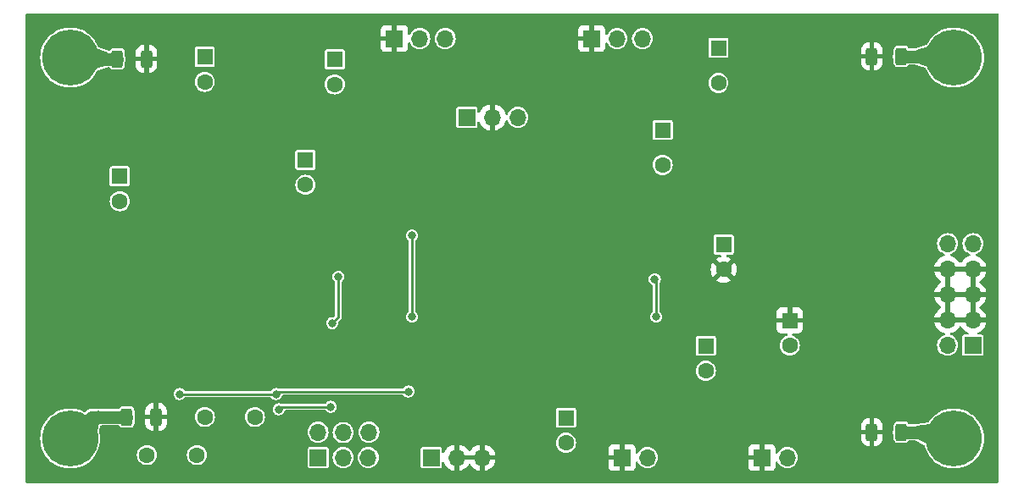
<source format=gbl>
G04 #@! TF.GenerationSoftware,KiCad,Pcbnew,8.0.4*
G04 #@! TF.CreationDate,2024-08-16T09:38:16+02:00*
G04 #@! TF.ProjectId,Purrtico_TLA,50757272-7469-4636-9f5f-544c412e6b69,01*
G04 #@! TF.SameCoordinates,Original*
G04 #@! TF.FileFunction,Copper,L2,Bot*
G04 #@! TF.FilePolarity,Positive*
%FSLAX46Y46*%
G04 Gerber Fmt 4.6, Leading zero omitted, Abs format (unit mm)*
G04 Created by KiCad (PCBNEW 8.0.4) date 2024-08-16 09:38:16*
%MOMM*%
%LPD*%
G01*
G04 APERTURE LIST*
G04 Aperture macros list*
%AMRoundRect*
0 Rectangle with rounded corners*
0 $1 Rounding radius*
0 $2 $3 $4 $5 $6 $7 $8 $9 X,Y pos of 4 corners*
0 Add a 4 corners polygon primitive as box body*
4,1,4,$2,$3,$4,$5,$6,$7,$8,$9,$2,$3,0*
0 Add four circle primitives for the rounded corners*
1,1,$1+$1,$2,$3*
1,1,$1+$1,$4,$5*
1,1,$1+$1,$6,$7*
1,1,$1+$1,$8,$9*
0 Add four rect primitives between the rounded corners*
20,1,$1+$1,$2,$3,$4,$5,0*
20,1,$1+$1,$4,$5,$6,$7,0*
20,1,$1+$1,$6,$7,$8,$9,0*
20,1,$1+$1,$8,$9,$2,$3,0*%
G04 Aperture macros list end*
G04 #@! TA.AperFunction,ComponentPad*
%ADD10R,1.700000X1.700000*%
G04 #@! TD*
G04 #@! TA.AperFunction,ComponentPad*
%ADD11O,1.700000X1.700000*%
G04 #@! TD*
G04 #@! TA.AperFunction,ComponentPad*
%ADD12C,1.600000*%
G04 #@! TD*
G04 #@! TA.AperFunction,ComponentPad*
%ADD13C,5.600000*%
G04 #@! TD*
G04 #@! TA.AperFunction,ComponentPad*
%ADD14R,1.600000X1.600000*%
G04 #@! TD*
G04 #@! TA.AperFunction,SMDPad,CuDef*
%ADD15RoundRect,0.250000X-0.312500X-0.625000X0.312500X-0.625000X0.312500X0.625000X-0.312500X0.625000X0*%
G04 #@! TD*
G04 #@! TA.AperFunction,SMDPad,CuDef*
%ADD16RoundRect,0.250000X0.312500X0.625000X-0.312500X0.625000X-0.312500X-0.625000X0.312500X-0.625000X0*%
G04 #@! TD*
G04 #@! TA.AperFunction,ViaPad*
%ADD17C,0.800000*%
G04 #@! TD*
G04 #@! TA.AperFunction,Conductor*
%ADD18C,0.254000*%
G04 #@! TD*
G04 #@! TA.AperFunction,Conductor*
%ADD19C,1.270000*%
G04 #@! TD*
G04 APERTURE END LIST*
D10*
X100838000Y-78740000D03*
D11*
X103378000Y-78740000D03*
X105918000Y-78740000D03*
X94615000Y-76200000D03*
X92035000Y-76240000D03*
X89535000Y-76200000D03*
X94535000Y-78740000D03*
X92035000Y-78740000D03*
D10*
X89535000Y-78740000D03*
X154940000Y-67502000D03*
D11*
X152400000Y-67502000D03*
X154940000Y-64962000D03*
X152400000Y-64962000D03*
X154940000Y-62422000D03*
X152400000Y-62422000D03*
X154940000Y-59882000D03*
X152400000Y-59882000D03*
X154940000Y-57342000D03*
X152400000Y-57342000D03*
D12*
X78232000Y-74676000D03*
X83232000Y-74676000D03*
D10*
X133858000Y-78740000D03*
D11*
X136398000Y-78740000D03*
D13*
X64770000Y-38735000D03*
X153035000Y-38735000D03*
D14*
X136652000Y-65024000D03*
D12*
X136652000Y-67524000D03*
D14*
X78210000Y-38658000D03*
D12*
X78210000Y-41158000D03*
D10*
X104394000Y-44704000D03*
D11*
X106934000Y-44704000D03*
X109474000Y-44704000D03*
D12*
X72430000Y-78486000D03*
X77430000Y-78486000D03*
D10*
X116855000Y-36830000D03*
D11*
X119395000Y-36830000D03*
X121935000Y-36830000D03*
D14*
X130048000Y-57429621D03*
D12*
X130048000Y-59929621D03*
D10*
X97155000Y-36830000D03*
D11*
X99695000Y-36830000D03*
X102235000Y-36830000D03*
D10*
X119888000Y-78740000D03*
D11*
X122428000Y-78740000D03*
D13*
X64770000Y-76835000D03*
D14*
X123952000Y-45974000D03*
D12*
X123952000Y-49474000D03*
D14*
X91196500Y-38912000D03*
D12*
X91196500Y-41412000D03*
D14*
X69723000Y-50611000D03*
D12*
X69723000Y-53111000D03*
D14*
X88265000Y-48960000D03*
D12*
X88265000Y-51460000D03*
D14*
X114300000Y-74763621D03*
D12*
X114300000Y-77263621D03*
D14*
X129518000Y-37767349D03*
D12*
X129518000Y-41267349D03*
D13*
X153035000Y-76835000D03*
D14*
X128270000Y-67564000D03*
D12*
X128270000Y-70064000D03*
D15*
X69465000Y-38862000D03*
X72390000Y-38862000D03*
X70419500Y-74676000D03*
X73344500Y-74676000D03*
D16*
X147766500Y-38608000D03*
X144841500Y-38608000D03*
X147766500Y-76200000D03*
X144841500Y-76200000D03*
D17*
X98900500Y-56530000D03*
X98922500Y-64658000D03*
X109220000Y-53848000D03*
X108944000Y-36830000D03*
X79230991Y-54464447D03*
X79258500Y-46532000D03*
X102362000Y-76200000D03*
X107409500Y-70296000D03*
X105123500Y-54802000D03*
X92268500Y-55310000D03*
X78916000Y-70550000D03*
X94488000Y-43434000D03*
X108944000Y-40640000D03*
X85090000Y-80010000D03*
X82472000Y-70550000D03*
X104615500Y-70296000D03*
X98806000Y-69596000D03*
X108093500Y-54851000D03*
X79248000Y-52832000D03*
X107917500Y-67121000D03*
X82169000Y-54548000D03*
X114808000Y-56642000D03*
X130048000Y-75692000D03*
X123157500Y-60898000D03*
X123306500Y-64658000D03*
X91567000Y-60644000D03*
X90939500Y-65285500D03*
X85598000Y-73914000D03*
X90805000Y-73660000D03*
X75692000Y-72390000D03*
X85344000Y-72390000D03*
X98552000Y-72136000D03*
D18*
X98922500Y-64658000D02*
X98900500Y-64636000D01*
X98900500Y-64636000D02*
X98900500Y-56199000D01*
X123284500Y-64200000D02*
X123284500Y-60644000D01*
X90939500Y-65285500D02*
X91567000Y-64658000D01*
X91567000Y-64658000D02*
X91567000Y-60644000D01*
X85598000Y-73914000D02*
X85852000Y-73660000D01*
X85852000Y-73660000D02*
X90805000Y-73660000D01*
D19*
X69465000Y-38862000D02*
X64897000Y-38862000D01*
X147766500Y-38608000D02*
X152908000Y-38608000D01*
X70419500Y-74676000D02*
X66929000Y-74676000D01*
X66929000Y-74676000D02*
X64770000Y-76835000D01*
X147766500Y-76200000D02*
X152400000Y-76200000D01*
D18*
X98552000Y-72136000D02*
X85598000Y-72136000D01*
X85598000Y-72136000D02*
X85344000Y-72390000D01*
X75692000Y-72390000D02*
X85344000Y-72390000D01*
G04 #@! TA.AperFunction,Conductor*
G36*
X105452075Y-78547007D02*
G01*
X105418000Y-78674174D01*
X105418000Y-78805826D01*
X105452075Y-78932993D01*
X105484988Y-78990000D01*
X103811012Y-78990000D01*
X103843925Y-78932993D01*
X103878000Y-78805826D01*
X103878000Y-78674174D01*
X103843925Y-78547007D01*
X103811012Y-78490000D01*
X105484988Y-78490000D01*
X105452075Y-78547007D01*
G37*
G04 #@! TD.AperFunction*
G04 #@! TA.AperFunction,Conductor*
G36*
X154474075Y-64769007D02*
G01*
X154440000Y-64896174D01*
X154440000Y-65027826D01*
X154474075Y-65154993D01*
X154506988Y-65212000D01*
X152833012Y-65212000D01*
X152865925Y-65154993D01*
X152900000Y-65027826D01*
X152900000Y-64896174D01*
X152865925Y-64769007D01*
X152833012Y-64712000D01*
X154506988Y-64712000D01*
X154474075Y-64769007D01*
G37*
G04 #@! TD.AperFunction*
G04 #@! TA.AperFunction,Conductor*
G36*
X152650000Y-64528988D02*
G01*
X152592993Y-64496075D01*
X152465826Y-64462000D01*
X152334174Y-64462000D01*
X152207007Y-64496075D01*
X152150000Y-64528988D01*
X152150000Y-62855012D01*
X152207007Y-62887925D01*
X152334174Y-62922000D01*
X152465826Y-62922000D01*
X152592993Y-62887925D01*
X152650000Y-62855012D01*
X152650000Y-64528988D01*
G37*
G04 #@! TD.AperFunction*
G04 #@! TA.AperFunction,Conductor*
G36*
X155190000Y-64528988D02*
G01*
X155132993Y-64496075D01*
X155005826Y-64462000D01*
X154874174Y-64462000D01*
X154747007Y-64496075D01*
X154690000Y-64528988D01*
X154690000Y-62855012D01*
X154747007Y-62887925D01*
X154874174Y-62922000D01*
X155005826Y-62922000D01*
X155132993Y-62887925D01*
X155190000Y-62855012D01*
X155190000Y-64528988D01*
G37*
G04 #@! TD.AperFunction*
G04 #@! TA.AperFunction,Conductor*
G36*
X154474075Y-62229007D02*
G01*
X154440000Y-62356174D01*
X154440000Y-62487826D01*
X154474075Y-62614993D01*
X154506988Y-62672000D01*
X152833012Y-62672000D01*
X152865925Y-62614993D01*
X152900000Y-62487826D01*
X152900000Y-62356174D01*
X152865925Y-62229007D01*
X152833012Y-62172000D01*
X154506988Y-62172000D01*
X154474075Y-62229007D01*
G37*
G04 #@! TD.AperFunction*
G04 #@! TA.AperFunction,Conductor*
G36*
X152650000Y-61988988D02*
G01*
X152592993Y-61956075D01*
X152465826Y-61922000D01*
X152334174Y-61922000D01*
X152207007Y-61956075D01*
X152150000Y-61988988D01*
X152150000Y-60315012D01*
X152207007Y-60347925D01*
X152334174Y-60382000D01*
X152465826Y-60382000D01*
X152592993Y-60347925D01*
X152650000Y-60315012D01*
X152650000Y-61988988D01*
G37*
G04 #@! TD.AperFunction*
G04 #@! TA.AperFunction,Conductor*
G36*
X155190000Y-61988988D02*
G01*
X155132993Y-61956075D01*
X155005826Y-61922000D01*
X154874174Y-61922000D01*
X154747007Y-61956075D01*
X154690000Y-61988988D01*
X154690000Y-60315012D01*
X154747007Y-60347925D01*
X154874174Y-60382000D01*
X155005826Y-60382000D01*
X155132993Y-60347925D01*
X155190000Y-60315012D01*
X155190000Y-61988988D01*
G37*
G04 #@! TD.AperFunction*
G04 #@! TA.AperFunction,Conductor*
G36*
X154474075Y-59689007D02*
G01*
X154440000Y-59816174D01*
X154440000Y-59947826D01*
X154474075Y-60074993D01*
X154506988Y-60132000D01*
X152833012Y-60132000D01*
X152865925Y-60074993D01*
X152900000Y-59947826D01*
X152900000Y-59816174D01*
X152865925Y-59689007D01*
X152833012Y-59632000D01*
X154506988Y-59632000D01*
X154474075Y-59689007D01*
G37*
G04 #@! TD.AperFunction*
G04 #@! TA.AperFunction,Conductor*
G36*
X157423039Y-34309685D02*
G01*
X157468794Y-34362489D01*
X157480000Y-34414000D01*
X157480000Y-81156000D01*
X157460315Y-81223039D01*
X157407511Y-81268794D01*
X157356000Y-81280000D01*
X60449000Y-81280000D01*
X60381961Y-81260315D01*
X60336206Y-81207511D01*
X60325000Y-81156000D01*
X60325000Y-76834996D01*
X61764415Y-76834996D01*
X61764415Y-76835003D01*
X61784738Y-77183927D01*
X61784739Y-77183938D01*
X61845428Y-77528127D01*
X61845430Y-77528134D01*
X61945674Y-77862972D01*
X62084107Y-78183895D01*
X62084113Y-78183908D01*
X62258870Y-78486597D01*
X62467584Y-78766949D01*
X62467589Y-78766955D01*
X62591463Y-78898253D01*
X62707442Y-79021183D01*
X62883903Y-79169251D01*
X62975186Y-79245847D01*
X62975194Y-79245853D01*
X63267203Y-79437911D01*
X63267207Y-79437913D01*
X63579549Y-79594777D01*
X63907989Y-79714319D01*
X64248086Y-79794923D01*
X64595241Y-79835500D01*
X64595248Y-79835500D01*
X64944752Y-79835500D01*
X64944759Y-79835500D01*
X65291914Y-79794923D01*
X65632011Y-79714319D01*
X65960451Y-79594777D01*
X66272793Y-79437913D01*
X66483306Y-79299456D01*
X66564805Y-79245853D01*
X66564805Y-79245852D01*
X66564811Y-79245849D01*
X66832558Y-79021183D01*
X67072412Y-78766953D01*
X67281130Y-78486596D01*
X67281474Y-78486000D01*
X71424659Y-78486000D01*
X71443975Y-78682129D01*
X71501188Y-78870733D01*
X71594086Y-79044532D01*
X71594090Y-79044539D01*
X71719116Y-79196883D01*
X71871460Y-79321909D01*
X71871467Y-79321913D01*
X72045266Y-79414811D01*
X72045269Y-79414811D01*
X72045273Y-79414814D01*
X72233868Y-79472024D01*
X72430000Y-79491341D01*
X72626132Y-79472024D01*
X72814727Y-79414814D01*
X72988538Y-79321910D01*
X73140883Y-79196883D01*
X73265910Y-79044538D01*
X73358814Y-78870727D01*
X73416024Y-78682132D01*
X73435341Y-78486000D01*
X76424659Y-78486000D01*
X76443975Y-78682129D01*
X76501188Y-78870733D01*
X76594086Y-79044532D01*
X76594090Y-79044539D01*
X76719116Y-79196883D01*
X76871460Y-79321909D01*
X76871467Y-79321913D01*
X77045266Y-79414811D01*
X77045269Y-79414811D01*
X77045273Y-79414814D01*
X77233868Y-79472024D01*
X77430000Y-79491341D01*
X77626132Y-79472024D01*
X77814727Y-79414814D01*
X77988538Y-79321910D01*
X78140883Y-79196883D01*
X78265910Y-79044538D01*
X78358814Y-78870727D01*
X78416024Y-78682132D01*
X78435341Y-78486000D01*
X78416024Y-78289868D01*
X78358814Y-78101273D01*
X78358811Y-78101269D01*
X78358811Y-78101266D01*
X78265913Y-77927467D01*
X78265909Y-77927460D01*
X78218955Y-77870247D01*
X88484500Y-77870247D01*
X88484500Y-79609752D01*
X88496131Y-79668229D01*
X88496132Y-79668230D01*
X88540447Y-79734552D01*
X88606769Y-79778867D01*
X88606770Y-79778868D01*
X88665247Y-79790499D01*
X88665250Y-79790500D01*
X88665252Y-79790500D01*
X90404750Y-79790500D01*
X90404751Y-79790499D01*
X90419568Y-79787552D01*
X90463229Y-79778868D01*
X90463229Y-79778867D01*
X90463231Y-79778867D01*
X90529552Y-79734552D01*
X90573867Y-79668231D01*
X90573867Y-79668229D01*
X90573868Y-79668229D01*
X90583922Y-79617682D01*
X90585500Y-79609748D01*
X90585500Y-78740000D01*
X90979417Y-78740000D01*
X90999699Y-78945932D01*
X90999700Y-78945934D01*
X91059768Y-79143954D01*
X91157315Y-79326450D01*
X91157317Y-79326452D01*
X91288589Y-79486410D01*
X91294598Y-79491341D01*
X91448550Y-79617685D01*
X91631046Y-79715232D01*
X91829066Y-79775300D01*
X91829065Y-79775300D01*
X91847529Y-79777118D01*
X92035000Y-79795583D01*
X92240934Y-79775300D01*
X92438954Y-79715232D01*
X92621450Y-79617685D01*
X92781410Y-79486410D01*
X92912685Y-79326450D01*
X93010232Y-79143954D01*
X93070300Y-78945934D01*
X93090583Y-78740000D01*
X93479417Y-78740000D01*
X93499699Y-78945932D01*
X93499700Y-78945934D01*
X93559768Y-79143954D01*
X93657315Y-79326450D01*
X93657317Y-79326452D01*
X93788589Y-79486410D01*
X93794598Y-79491341D01*
X93948550Y-79617685D01*
X94131046Y-79715232D01*
X94329066Y-79775300D01*
X94329065Y-79775300D01*
X94347529Y-79777118D01*
X94535000Y-79795583D01*
X94740934Y-79775300D01*
X94938954Y-79715232D01*
X95121450Y-79617685D01*
X95281410Y-79486410D01*
X95412685Y-79326450D01*
X95510232Y-79143954D01*
X95570300Y-78945934D01*
X95590583Y-78740000D01*
X95570300Y-78534066D01*
X95510232Y-78336046D01*
X95412685Y-78153550D01*
X95331833Y-78055031D01*
X95281410Y-77993589D01*
X95131121Y-77870252D01*
X95131115Y-77870247D01*
X99787500Y-77870247D01*
X99787500Y-79609752D01*
X99799131Y-79668229D01*
X99799132Y-79668230D01*
X99843447Y-79734552D01*
X99909769Y-79778867D01*
X99909770Y-79778868D01*
X99968247Y-79790499D01*
X99968250Y-79790500D01*
X99968252Y-79790500D01*
X101707750Y-79790500D01*
X101707751Y-79790499D01*
X101722568Y-79787552D01*
X101766229Y-79778868D01*
X101766229Y-79778867D01*
X101766231Y-79778867D01*
X101832552Y-79734552D01*
X101876867Y-79668231D01*
X101876867Y-79668229D01*
X101876868Y-79668229D01*
X101886922Y-79617682D01*
X101888500Y-79609748D01*
X101888500Y-79299456D01*
X101908185Y-79232417D01*
X101960989Y-79186662D01*
X102030147Y-79176718D01*
X102093703Y-79205743D01*
X102124882Y-79247051D01*
X102204400Y-79417578D01*
X102339894Y-79611082D01*
X102506917Y-79778105D01*
X102700421Y-79913600D01*
X102914507Y-80013429D01*
X102914516Y-80013433D01*
X103128000Y-80070634D01*
X103128000Y-79173012D01*
X103185007Y-79205925D01*
X103312174Y-79240000D01*
X103443826Y-79240000D01*
X103570993Y-79205925D01*
X103628000Y-79173012D01*
X103628000Y-80070633D01*
X103841483Y-80013433D01*
X103841492Y-80013429D01*
X104055578Y-79913600D01*
X104249082Y-79778105D01*
X104416105Y-79611082D01*
X104546425Y-79424968D01*
X104601002Y-79381344D01*
X104670501Y-79374151D01*
X104732855Y-79405673D01*
X104749575Y-79424968D01*
X104879894Y-79611082D01*
X105046917Y-79778105D01*
X105240421Y-79913600D01*
X105454507Y-80013429D01*
X105454516Y-80013433D01*
X105668000Y-80070634D01*
X105668000Y-79173012D01*
X105725007Y-79205925D01*
X105852174Y-79240000D01*
X105983826Y-79240000D01*
X106110993Y-79205925D01*
X106168000Y-79173012D01*
X106168000Y-80070633D01*
X106381483Y-80013433D01*
X106381492Y-80013429D01*
X106595578Y-79913600D01*
X106789082Y-79778105D01*
X106956105Y-79611082D01*
X107091600Y-79417578D01*
X107191429Y-79203492D01*
X107191432Y-79203486D01*
X107248636Y-78990000D01*
X106351012Y-78990000D01*
X106383925Y-78932993D01*
X106418000Y-78805826D01*
X106418000Y-78674174D01*
X106383925Y-78547007D01*
X106351012Y-78490000D01*
X107248636Y-78490000D01*
X107248635Y-78489999D01*
X107191432Y-78276513D01*
X107191429Y-78276507D01*
X107091600Y-78062422D01*
X107091599Y-78062420D01*
X106956113Y-77868926D01*
X106956108Y-77868920D01*
X106789082Y-77701894D01*
X106595578Y-77566399D01*
X106381492Y-77466570D01*
X106381486Y-77466567D01*
X106168000Y-77409364D01*
X106168000Y-78306988D01*
X106110993Y-78274075D01*
X105983826Y-78240000D01*
X105852174Y-78240000D01*
X105725007Y-78274075D01*
X105668000Y-78306988D01*
X105668000Y-77409364D01*
X105667999Y-77409364D01*
X105454513Y-77466567D01*
X105454507Y-77466570D01*
X105240422Y-77566399D01*
X105240420Y-77566400D01*
X105046926Y-77701886D01*
X105046920Y-77701891D01*
X104879891Y-77868920D01*
X104879890Y-77868922D01*
X104749575Y-78055031D01*
X104694998Y-78098655D01*
X104625499Y-78105848D01*
X104563145Y-78074326D01*
X104546425Y-78055031D01*
X104416109Y-77868922D01*
X104416108Y-77868920D01*
X104249082Y-77701894D01*
X104055578Y-77566399D01*
X103841492Y-77466570D01*
X103841486Y-77466567D01*
X103628000Y-77409364D01*
X103628000Y-78306988D01*
X103570993Y-78274075D01*
X103443826Y-78240000D01*
X103312174Y-78240000D01*
X103185007Y-78274075D01*
X103128000Y-78306988D01*
X103128000Y-77409364D01*
X103127999Y-77409364D01*
X102914513Y-77466567D01*
X102914507Y-77466570D01*
X102700422Y-77566399D01*
X102700420Y-77566400D01*
X102506926Y-77701886D01*
X102506920Y-77701891D01*
X102339891Y-77868920D01*
X102339886Y-77868926D01*
X102204400Y-78062420D01*
X102204399Y-78062422D01*
X102124882Y-78232948D01*
X102078710Y-78285387D01*
X102011516Y-78304539D01*
X101944635Y-78284323D01*
X101899300Y-78231158D01*
X101888500Y-78180543D01*
X101888500Y-77870249D01*
X101888499Y-77870247D01*
X101876868Y-77811770D01*
X101876867Y-77811769D01*
X101832552Y-77745447D01*
X101766230Y-77701132D01*
X101766229Y-77701131D01*
X101707752Y-77689500D01*
X101707748Y-77689500D01*
X99968252Y-77689500D01*
X99968247Y-77689500D01*
X99909770Y-77701131D01*
X99909769Y-77701132D01*
X99843447Y-77745447D01*
X99799132Y-77811769D01*
X99799131Y-77811770D01*
X99787500Y-77870247D01*
X95131115Y-77870247D01*
X95121450Y-77862315D01*
X94938954Y-77764768D01*
X94740934Y-77704700D01*
X94740932Y-77704699D01*
X94740934Y-77704699D01*
X94535000Y-77684417D01*
X94329067Y-77704699D01*
X94131043Y-77764769D01*
X94097634Y-77782627D01*
X93948550Y-77862315D01*
X93948548Y-77862316D01*
X93948547Y-77862317D01*
X93788589Y-77993589D01*
X93657317Y-78153547D01*
X93657315Y-78153550D01*
X93618643Y-78225898D01*
X93559769Y-78336043D01*
X93499699Y-78534067D01*
X93479417Y-78740000D01*
X93090583Y-78740000D01*
X93070300Y-78534066D01*
X93010232Y-78336046D01*
X92912685Y-78153550D01*
X92831833Y-78055031D01*
X92781410Y-77993589D01*
X92631121Y-77870252D01*
X92621450Y-77862315D01*
X92438954Y-77764768D01*
X92240934Y-77704700D01*
X92240932Y-77704699D01*
X92240934Y-77704699D01*
X92035000Y-77684417D01*
X91829067Y-77704699D01*
X91631043Y-77764769D01*
X91597634Y-77782627D01*
X91448550Y-77862315D01*
X91448548Y-77862316D01*
X91448547Y-77862317D01*
X91288589Y-77993589D01*
X91157317Y-78153547D01*
X91157315Y-78153550D01*
X91118643Y-78225898D01*
X91059769Y-78336043D01*
X90999699Y-78534067D01*
X90979417Y-78740000D01*
X90585500Y-78740000D01*
X90585500Y-77870252D01*
X90585500Y-77870249D01*
X90585499Y-77870247D01*
X90573868Y-77811770D01*
X90573867Y-77811769D01*
X90529552Y-77745447D01*
X90463230Y-77701132D01*
X90463229Y-77701131D01*
X90404752Y-77689500D01*
X90404748Y-77689500D01*
X88665252Y-77689500D01*
X88665247Y-77689500D01*
X88606770Y-77701131D01*
X88606769Y-77701132D01*
X88540447Y-77745447D01*
X88496132Y-77811769D01*
X88496131Y-77811770D01*
X88484500Y-77870247D01*
X78218955Y-77870247D01*
X78140883Y-77775116D01*
X77988539Y-77650090D01*
X77988532Y-77650086D01*
X77814733Y-77557188D01*
X77814727Y-77557186D01*
X77626132Y-77499976D01*
X77626129Y-77499975D01*
X77430000Y-77480659D01*
X77233870Y-77499975D01*
X77045266Y-77557188D01*
X76871467Y-77650086D01*
X76871460Y-77650090D01*
X76719116Y-77775116D01*
X76594090Y-77927460D01*
X76594086Y-77927467D01*
X76501188Y-78101266D01*
X76443975Y-78289870D01*
X76424659Y-78486000D01*
X73435341Y-78486000D01*
X73416024Y-78289868D01*
X73358814Y-78101273D01*
X73358811Y-78101269D01*
X73358811Y-78101266D01*
X73265913Y-77927467D01*
X73265909Y-77927460D01*
X73140883Y-77775116D01*
X72988539Y-77650090D01*
X72988532Y-77650086D01*
X72814733Y-77557188D01*
X72814727Y-77557186D01*
X72626132Y-77499976D01*
X72626129Y-77499975D01*
X72430000Y-77480659D01*
X72233870Y-77499975D01*
X72045266Y-77557188D01*
X71871467Y-77650086D01*
X71871460Y-77650090D01*
X71719116Y-77775116D01*
X71594090Y-77927460D01*
X71594086Y-77927467D01*
X71501188Y-78101266D01*
X71443975Y-78289870D01*
X71424659Y-78486000D01*
X67281474Y-78486000D01*
X67455889Y-78183904D01*
X67594326Y-77862971D01*
X67694569Y-77528136D01*
X67697684Y-77510474D01*
X67755260Y-77183938D01*
X67755259Y-77183938D01*
X67755262Y-77183927D01*
X67775585Y-76835000D01*
X67755262Y-76486073D01*
X67755260Y-76486061D01*
X67704820Y-76200000D01*
X88479417Y-76200000D01*
X88499699Y-76405932D01*
X88513067Y-76450000D01*
X88559768Y-76603954D01*
X88657315Y-76786450D01*
X88657317Y-76786452D01*
X88788589Y-76946410D01*
X88837330Y-76986410D01*
X88948550Y-77077685D01*
X89131046Y-77175232D01*
X89329066Y-77235300D01*
X89329065Y-77235300D01*
X89347529Y-77237118D01*
X89535000Y-77255583D01*
X89740934Y-77235300D01*
X89938954Y-77175232D01*
X90121450Y-77077685D01*
X90281410Y-76946410D01*
X90412685Y-76786450D01*
X90510232Y-76603954D01*
X90570300Y-76405934D01*
X90586643Y-76240000D01*
X90979417Y-76240000D01*
X90999699Y-76445932D01*
X91011876Y-76486073D01*
X91059768Y-76643954D01*
X91157315Y-76826450D01*
X91191969Y-76868677D01*
X91288589Y-76986410D01*
X91351309Y-77037882D01*
X91448550Y-77117685D01*
X91631046Y-77215232D01*
X91829066Y-77275300D01*
X91829065Y-77275300D01*
X91847529Y-77277118D01*
X92035000Y-77295583D01*
X92240934Y-77275300D01*
X92279435Y-77263621D01*
X113294659Y-77263621D01*
X113313975Y-77459750D01*
X113371188Y-77648354D01*
X113464086Y-77822153D01*
X113464090Y-77822160D01*
X113589116Y-77974504D01*
X113741460Y-78099530D01*
X113741467Y-78099534D01*
X113915266Y-78192432D01*
X113915269Y-78192432D01*
X113915273Y-78192435D01*
X114103868Y-78249645D01*
X114300000Y-78268962D01*
X114496132Y-78249645D01*
X114684727Y-78192435D01*
X114700688Y-78183904D01*
X114771632Y-78145983D01*
X114858538Y-78099531D01*
X115010883Y-77974504D01*
X115119500Y-77842155D01*
X118538000Y-77842155D01*
X118538000Y-78490000D01*
X119454988Y-78490000D01*
X119422075Y-78547007D01*
X119388000Y-78674174D01*
X119388000Y-78805826D01*
X119422075Y-78932993D01*
X119454988Y-78990000D01*
X118538000Y-78990000D01*
X118538000Y-79637844D01*
X118544401Y-79697372D01*
X118544403Y-79697379D01*
X118594645Y-79832086D01*
X118594649Y-79832093D01*
X118680809Y-79947187D01*
X118680812Y-79947190D01*
X118795906Y-80033350D01*
X118795913Y-80033354D01*
X118930620Y-80083596D01*
X118930627Y-80083598D01*
X118990155Y-80089999D01*
X118990172Y-80090000D01*
X119638000Y-80090000D01*
X119638000Y-79173012D01*
X119695007Y-79205925D01*
X119822174Y-79240000D01*
X119953826Y-79240000D01*
X120080993Y-79205925D01*
X120138000Y-79173012D01*
X120138000Y-80090000D01*
X120785828Y-80090000D01*
X120785844Y-80089999D01*
X120845372Y-80083598D01*
X120845379Y-80083596D01*
X120980086Y-80033354D01*
X120980093Y-80033350D01*
X121095187Y-79947190D01*
X121095190Y-79947187D01*
X121181350Y-79832093D01*
X121181354Y-79832086D01*
X121231596Y-79697379D01*
X121231598Y-79697372D01*
X121237999Y-79637844D01*
X121238000Y-79637827D01*
X121238000Y-79237186D01*
X121257685Y-79170147D01*
X121310489Y-79124392D01*
X121379647Y-79114448D01*
X121443203Y-79143473D01*
X121471356Y-79178729D01*
X121550315Y-79326450D01*
X121550317Y-79326452D01*
X121681589Y-79486410D01*
X121687598Y-79491341D01*
X121841550Y-79617685D01*
X122024046Y-79715232D01*
X122222066Y-79775300D01*
X122222065Y-79775300D01*
X122240529Y-79777118D01*
X122428000Y-79795583D01*
X122633934Y-79775300D01*
X122831954Y-79715232D01*
X123014450Y-79617685D01*
X123174410Y-79486410D01*
X123305685Y-79326450D01*
X123403232Y-79143954D01*
X123463300Y-78945934D01*
X123483583Y-78740000D01*
X123463300Y-78534066D01*
X123403232Y-78336046D01*
X123305685Y-78153550D01*
X123224833Y-78055031D01*
X123174410Y-77993589D01*
X123024121Y-77870252D01*
X123014450Y-77862315D01*
X122976734Y-77842155D01*
X132508000Y-77842155D01*
X132508000Y-78490000D01*
X133424988Y-78490000D01*
X133392075Y-78547007D01*
X133358000Y-78674174D01*
X133358000Y-78805826D01*
X133392075Y-78932993D01*
X133424988Y-78990000D01*
X132508000Y-78990000D01*
X132508000Y-79637844D01*
X132514401Y-79697372D01*
X132514403Y-79697379D01*
X132564645Y-79832086D01*
X132564649Y-79832093D01*
X132650809Y-79947187D01*
X132650812Y-79947190D01*
X132765906Y-80033350D01*
X132765913Y-80033354D01*
X132900620Y-80083596D01*
X132900627Y-80083598D01*
X132960155Y-80089999D01*
X132960172Y-80090000D01*
X133608000Y-80090000D01*
X133608000Y-79173012D01*
X133665007Y-79205925D01*
X133792174Y-79240000D01*
X133923826Y-79240000D01*
X134050993Y-79205925D01*
X134108000Y-79173012D01*
X134108000Y-80090000D01*
X134755828Y-80090000D01*
X134755844Y-80089999D01*
X134815372Y-80083598D01*
X134815379Y-80083596D01*
X134950086Y-80033354D01*
X134950093Y-80033350D01*
X135065187Y-79947190D01*
X135065190Y-79947187D01*
X135151350Y-79832093D01*
X135151354Y-79832086D01*
X135201596Y-79697379D01*
X135201598Y-79697372D01*
X135207999Y-79637844D01*
X135208000Y-79637827D01*
X135208000Y-79237186D01*
X135227685Y-79170147D01*
X135280489Y-79124392D01*
X135349647Y-79114448D01*
X135413203Y-79143473D01*
X135441356Y-79178729D01*
X135520315Y-79326450D01*
X135520317Y-79326452D01*
X135651589Y-79486410D01*
X135657598Y-79491341D01*
X135811550Y-79617685D01*
X135994046Y-79715232D01*
X136192066Y-79775300D01*
X136192065Y-79775300D01*
X136210529Y-79777118D01*
X136398000Y-79795583D01*
X136603934Y-79775300D01*
X136801954Y-79715232D01*
X136984450Y-79617685D01*
X137144410Y-79486410D01*
X137275685Y-79326450D01*
X137373232Y-79143954D01*
X137433300Y-78945934D01*
X137453583Y-78740000D01*
X137433300Y-78534066D01*
X137373232Y-78336046D01*
X137275685Y-78153550D01*
X137194833Y-78055031D01*
X137144410Y-77993589D01*
X136994121Y-77870252D01*
X136984450Y-77862315D01*
X136801954Y-77764768D01*
X136603934Y-77704700D01*
X136603932Y-77704699D01*
X136603934Y-77704699D01*
X136398000Y-77684417D01*
X136192067Y-77704699D01*
X135994043Y-77764769D01*
X135960634Y-77782627D01*
X135811550Y-77862315D01*
X135811548Y-77862316D01*
X135811547Y-77862317D01*
X135651589Y-77993589D01*
X135520317Y-78153547D01*
X135520315Y-78153550D01*
X135454593Y-78276507D01*
X135441358Y-78301267D01*
X135392395Y-78351111D01*
X135324257Y-78366571D01*
X135258578Y-78342739D01*
X135216209Y-78287181D01*
X135208000Y-78242813D01*
X135208000Y-77842172D01*
X135207999Y-77842155D01*
X135201598Y-77782627D01*
X135201596Y-77782620D01*
X135151354Y-77647913D01*
X135151350Y-77647906D01*
X135065190Y-77532812D01*
X135065187Y-77532809D01*
X134950093Y-77446649D01*
X134950086Y-77446645D01*
X134815379Y-77396403D01*
X134815372Y-77396401D01*
X134755844Y-77390000D01*
X134108000Y-77390000D01*
X134108000Y-78306988D01*
X134050993Y-78274075D01*
X133923826Y-78240000D01*
X133792174Y-78240000D01*
X133665007Y-78274075D01*
X133608000Y-78306988D01*
X133608000Y-77390000D01*
X132960155Y-77390000D01*
X132900627Y-77396401D01*
X132900620Y-77396403D01*
X132765913Y-77446645D01*
X132765906Y-77446649D01*
X132650812Y-77532809D01*
X132650809Y-77532812D01*
X132564649Y-77647906D01*
X132564645Y-77647913D01*
X132514403Y-77782620D01*
X132514401Y-77782627D01*
X132508000Y-77842155D01*
X122976734Y-77842155D01*
X122831954Y-77764768D01*
X122633934Y-77704700D01*
X122633932Y-77704699D01*
X122633934Y-77704699D01*
X122428000Y-77684417D01*
X122222067Y-77704699D01*
X122024043Y-77764769D01*
X121990634Y-77782627D01*
X121841550Y-77862315D01*
X121841548Y-77862316D01*
X121841547Y-77862317D01*
X121681589Y-77993589D01*
X121550317Y-78153547D01*
X121550315Y-78153550D01*
X121484593Y-78276507D01*
X121471358Y-78301267D01*
X121422395Y-78351111D01*
X121354257Y-78366571D01*
X121288578Y-78342739D01*
X121246209Y-78287181D01*
X121238000Y-78242813D01*
X121238000Y-77842172D01*
X121237999Y-77842155D01*
X121231598Y-77782627D01*
X121231596Y-77782620D01*
X121181354Y-77647913D01*
X121181350Y-77647906D01*
X121095190Y-77532812D01*
X121095187Y-77532809D01*
X120980093Y-77446649D01*
X120980086Y-77446645D01*
X120845379Y-77396403D01*
X120845372Y-77396401D01*
X120785844Y-77390000D01*
X120138000Y-77390000D01*
X120138000Y-78306988D01*
X120080993Y-78274075D01*
X119953826Y-78240000D01*
X119822174Y-78240000D01*
X119695007Y-78274075D01*
X119638000Y-78306988D01*
X119638000Y-77390000D01*
X118990155Y-77390000D01*
X118930627Y-77396401D01*
X118930620Y-77396403D01*
X118795913Y-77446645D01*
X118795906Y-77446649D01*
X118680812Y-77532809D01*
X118680809Y-77532812D01*
X118594649Y-77647906D01*
X118594645Y-77647913D01*
X118544403Y-77782620D01*
X118544401Y-77782627D01*
X118538000Y-77842155D01*
X115119500Y-77842155D01*
X115135910Y-77822159D01*
X115228814Y-77648348D01*
X115286024Y-77459753D01*
X115305341Y-77263621D01*
X115286024Y-77067489D01*
X115228814Y-76878894D01*
X115228811Y-76878890D01*
X115228811Y-76878887D01*
X115226726Y-76874986D01*
X143779001Y-76874986D01*
X143789494Y-76977697D01*
X143844641Y-77144119D01*
X143844643Y-77144124D01*
X143936684Y-77293345D01*
X144060654Y-77417315D01*
X144209875Y-77509356D01*
X144209880Y-77509358D01*
X144376302Y-77564505D01*
X144376309Y-77564506D01*
X144479019Y-77574999D01*
X144591499Y-77574999D01*
X145091500Y-77574999D01*
X145203972Y-77574999D01*
X145203986Y-77574998D01*
X145306697Y-77564505D01*
X145473119Y-77509358D01*
X145473124Y-77509356D01*
X145622345Y-77417315D01*
X145746315Y-77293345D01*
X145838356Y-77144124D01*
X145838358Y-77144119D01*
X145893505Y-76977697D01*
X145893506Y-76977690D01*
X145903999Y-76874986D01*
X145904000Y-76874973D01*
X145904000Y-76450000D01*
X145091500Y-76450000D01*
X145091500Y-77574999D01*
X144591499Y-77574999D01*
X144591500Y-77574998D01*
X144591500Y-76450000D01*
X143779001Y-76450000D01*
X143779001Y-76874986D01*
X115226726Y-76874986D01*
X115135913Y-76705088D01*
X115135909Y-76705081D01*
X115010883Y-76552737D01*
X114858539Y-76427711D01*
X114858532Y-76427707D01*
X114684733Y-76334809D01*
X114684727Y-76334807D01*
X114496132Y-76277597D01*
X114496129Y-76277596D01*
X114300000Y-76258280D01*
X114103870Y-76277596D01*
X113915266Y-76334809D01*
X113741467Y-76427707D01*
X113741460Y-76427711D01*
X113589116Y-76552737D01*
X113464090Y-76705081D01*
X113464086Y-76705088D01*
X113371188Y-76878887D01*
X113313975Y-77067491D01*
X113294659Y-77263621D01*
X92279435Y-77263621D01*
X92438954Y-77215232D01*
X92621450Y-77117685D01*
X92781410Y-76986410D01*
X92912685Y-76826450D01*
X93010232Y-76643954D01*
X93070300Y-76445934D01*
X93090583Y-76240000D01*
X93086643Y-76200000D01*
X93559417Y-76200000D01*
X93579699Y-76405932D01*
X93593067Y-76450000D01*
X93639768Y-76603954D01*
X93737315Y-76786450D01*
X93737317Y-76786452D01*
X93868589Y-76946410D01*
X93917330Y-76986410D01*
X94028550Y-77077685D01*
X94211046Y-77175232D01*
X94409066Y-77235300D01*
X94409065Y-77235300D01*
X94427529Y-77237118D01*
X94615000Y-77255583D01*
X94820934Y-77235300D01*
X95018954Y-77175232D01*
X95201450Y-77077685D01*
X95361410Y-76946410D01*
X95492685Y-76786450D01*
X95590232Y-76603954D01*
X95650300Y-76405934D01*
X95670583Y-76200000D01*
X95662478Y-76117705D01*
X146931000Y-76117705D01*
X146931000Y-76282294D01*
X146963105Y-76443698D01*
X146963107Y-76443706D01*
X146994061Y-76518435D01*
X147003500Y-76565888D01*
X147003500Y-76879269D01*
X147006353Y-76909699D01*
X147006353Y-76909701D01*
X147051206Y-77037880D01*
X147051207Y-77037882D01*
X147131850Y-77147150D01*
X147241118Y-77227793D01*
X147262572Y-77235300D01*
X147369299Y-77272646D01*
X147399730Y-77275500D01*
X147399734Y-77275500D01*
X148133270Y-77275500D01*
X148163699Y-77272646D01*
X148163701Y-77272646D01*
X148227790Y-77250219D01*
X148291882Y-77227793D01*
X148401150Y-77147150D01*
X148446379Y-77085865D01*
X148502026Y-77043616D01*
X148546149Y-77035500D01*
X149217906Y-77035500D01*
X149277997Y-77051033D01*
X150060505Y-77484541D01*
X150109607Y-77534247D01*
X150119205Y-77557444D01*
X150210674Y-77862972D01*
X150349107Y-78183895D01*
X150349113Y-78183908D01*
X150523870Y-78486597D01*
X150732584Y-78766949D01*
X150732589Y-78766955D01*
X150856463Y-78898253D01*
X150972442Y-79021183D01*
X151148903Y-79169251D01*
X151240186Y-79245847D01*
X151240194Y-79245853D01*
X151532203Y-79437911D01*
X151532207Y-79437913D01*
X151844549Y-79594777D01*
X152172989Y-79714319D01*
X152513086Y-79794923D01*
X152860241Y-79835500D01*
X152860248Y-79835500D01*
X153209752Y-79835500D01*
X153209759Y-79835500D01*
X153556914Y-79794923D01*
X153897011Y-79714319D01*
X154225451Y-79594777D01*
X154537793Y-79437913D01*
X154748306Y-79299456D01*
X154829805Y-79245853D01*
X154829805Y-79245852D01*
X154829811Y-79245849D01*
X155097558Y-79021183D01*
X155337412Y-78766953D01*
X155546130Y-78486596D01*
X155720889Y-78183904D01*
X155859326Y-77862971D01*
X155959569Y-77528136D01*
X155962684Y-77510474D01*
X156020260Y-77183938D01*
X156020259Y-77183938D01*
X156020262Y-77183927D01*
X156040585Y-76835000D01*
X156020262Y-76486073D01*
X156020260Y-76486061D01*
X155959571Y-76141872D01*
X155959569Y-76141865D01*
X155959567Y-76141858D01*
X155859326Y-75807029D01*
X155720889Y-75486096D01*
X155593106Y-75264769D01*
X155546129Y-75183402D01*
X155337415Y-74903050D01*
X155337410Y-74903044D01*
X155200844Y-74758294D01*
X155097558Y-74648817D01*
X154919064Y-74499043D01*
X154829813Y-74424152D01*
X154829805Y-74424146D01*
X154537796Y-74232088D01*
X154225458Y-74075226D01*
X154225452Y-74075223D01*
X153897012Y-73955681D01*
X153897009Y-73955680D01*
X153556915Y-73875077D01*
X153513519Y-73870004D01*
X153209759Y-73834500D01*
X152860241Y-73834500D01*
X152556480Y-73870004D01*
X152513085Y-73875077D01*
X152513083Y-73875077D01*
X152172990Y-73955680D01*
X152172987Y-73955681D01*
X151844547Y-74075223D01*
X151844541Y-74075226D01*
X151532203Y-74232088D01*
X151240194Y-74424146D01*
X151240186Y-74424152D01*
X150972442Y-74648817D01*
X150972440Y-74648819D01*
X150732589Y-74903044D01*
X150732584Y-74903050D01*
X150527327Y-75178759D01*
X150471505Y-75220778D01*
X150442063Y-75227895D01*
X149298940Y-75359656D01*
X149298931Y-75359657D01*
X149298929Y-75359658D01*
X149298926Y-75359658D01*
X149293834Y-75360684D01*
X149293767Y-75360355D01*
X149264616Y-75364500D01*
X148546149Y-75364500D01*
X148479110Y-75344815D01*
X148446379Y-75314134D01*
X148401150Y-75252850D01*
X148291882Y-75172207D01*
X148291880Y-75172206D01*
X148163700Y-75127353D01*
X148133270Y-75124500D01*
X148133266Y-75124500D01*
X147399734Y-75124500D01*
X147399730Y-75124500D01*
X147369300Y-75127353D01*
X147369298Y-75127353D01*
X147241119Y-75172206D01*
X147241117Y-75172207D01*
X147131850Y-75252850D01*
X147051207Y-75362117D01*
X147051206Y-75362119D01*
X147006353Y-75490298D01*
X147006353Y-75490300D01*
X147003500Y-75520730D01*
X147003500Y-75834112D01*
X146994061Y-75881564D01*
X146963108Y-75956290D01*
X146963105Y-75956302D01*
X146931000Y-76117705D01*
X95662478Y-76117705D01*
X95650300Y-75994066D01*
X95590232Y-75796046D01*
X95492685Y-75613550D01*
X95425090Y-75531185D01*
X95361410Y-75453589D01*
X95201452Y-75322317D01*
X95201453Y-75322317D01*
X95201450Y-75322315D01*
X95018954Y-75224768D01*
X94820934Y-75164700D01*
X94820932Y-75164699D01*
X94820934Y-75164699D01*
X94615000Y-75144417D01*
X94409067Y-75164699D01*
X94277205Y-75204699D01*
X94224200Y-75220778D01*
X94211043Y-75224769D01*
X94152849Y-75255875D01*
X94028550Y-75322315D01*
X94028548Y-75322316D01*
X94028547Y-75322317D01*
X93868589Y-75453589D01*
X93744484Y-75604814D01*
X93737315Y-75613550D01*
X93711405Y-75662024D01*
X93639769Y-75796043D01*
X93579699Y-75994067D01*
X93559417Y-76200000D01*
X93086643Y-76200000D01*
X93070300Y-76034066D01*
X93010232Y-75836046D01*
X92912685Y-75653550D01*
X92855089Y-75583369D01*
X92781410Y-75493589D01*
X92621452Y-75362317D01*
X92621453Y-75362317D01*
X92621450Y-75362315D01*
X92438954Y-75264768D01*
X92240934Y-75204700D01*
X92240932Y-75204699D01*
X92240934Y-75204699D01*
X92035000Y-75184417D01*
X91829067Y-75204699D01*
X91631043Y-75264769D01*
X91523384Y-75322315D01*
X91448550Y-75362315D01*
X91448548Y-75362316D01*
X91448547Y-75362317D01*
X91288589Y-75493589D01*
X91166916Y-75641851D01*
X91157315Y-75653550D01*
X91130460Y-75703792D01*
X91059769Y-75836043D01*
X90999699Y-76034067D01*
X90979417Y-76240000D01*
X90586643Y-76240000D01*
X90590583Y-76200000D01*
X90570300Y-75994066D01*
X90510232Y-75796046D01*
X90412685Y-75613550D01*
X90345090Y-75531185D01*
X90281410Y-75453589D01*
X90121452Y-75322317D01*
X90121453Y-75322317D01*
X90121450Y-75322315D01*
X89938954Y-75224768D01*
X89740934Y-75164700D01*
X89740932Y-75164699D01*
X89740934Y-75164699D01*
X89535000Y-75144417D01*
X89329067Y-75164699D01*
X89197205Y-75204699D01*
X89144200Y-75220778D01*
X89131043Y-75224769D01*
X89072849Y-75255875D01*
X88948550Y-75322315D01*
X88948548Y-75322316D01*
X88948547Y-75322317D01*
X88788589Y-75453589D01*
X88664484Y-75604814D01*
X88657315Y-75613550D01*
X88631405Y-75662024D01*
X88559769Y-75796043D01*
X88499699Y-75994067D01*
X88479417Y-76200000D01*
X67704820Y-76200000D01*
X67694572Y-76141880D01*
X67694569Y-76141865D01*
X67694569Y-76141864D01*
X67681510Y-76098247D01*
X67680517Y-76030629D01*
X67794845Y-75603440D01*
X67831192Y-75543771D01*
X67894030Y-75513223D01*
X67914629Y-75511500D01*
X69639851Y-75511500D01*
X69706890Y-75531185D01*
X69739619Y-75561864D01*
X69784850Y-75623150D01*
X69894118Y-75703793D01*
X69936845Y-75718744D01*
X70022299Y-75748646D01*
X70052730Y-75751500D01*
X70052734Y-75751500D01*
X70786270Y-75751500D01*
X70816699Y-75748646D01*
X70816701Y-75748646D01*
X70880790Y-75726219D01*
X70944882Y-75703793D01*
X71054150Y-75623150D01*
X71134793Y-75513882D01*
X71179232Y-75386883D01*
X71179646Y-75385701D01*
X71179646Y-75385699D01*
X71182500Y-75355269D01*
X71182500Y-75350986D01*
X72282001Y-75350986D01*
X72292494Y-75453697D01*
X72347641Y-75620119D01*
X72347643Y-75620124D01*
X72439684Y-75769345D01*
X72563654Y-75893315D01*
X72712875Y-75985356D01*
X72712880Y-75985358D01*
X72879302Y-76040505D01*
X72879309Y-76040506D01*
X72982019Y-76050999D01*
X73094499Y-76050999D01*
X73594500Y-76050999D01*
X73706972Y-76050999D01*
X73706986Y-76050998D01*
X73809697Y-76040505D01*
X73976119Y-75985358D01*
X73976124Y-75985356D01*
X74125345Y-75893315D01*
X74249315Y-75769345D01*
X74341356Y-75620124D01*
X74341358Y-75620119D01*
X74396505Y-75453697D01*
X74396506Y-75453690D01*
X74406999Y-75350986D01*
X74407000Y-75350973D01*
X74407000Y-74926000D01*
X73594500Y-74926000D01*
X73594500Y-76050999D01*
X73094499Y-76050999D01*
X73094500Y-76050998D01*
X73094500Y-74926000D01*
X72282001Y-74926000D01*
X72282001Y-75350986D01*
X71182500Y-75350986D01*
X71182500Y-75041888D01*
X71191939Y-74994435D01*
X71222893Y-74919706D01*
X71255000Y-74758290D01*
X71255000Y-74676000D01*
X77226659Y-74676000D01*
X77245975Y-74872129D01*
X77245976Y-74872132D01*
X77283076Y-74994435D01*
X77303188Y-75060733D01*
X77396086Y-75234532D01*
X77396090Y-75234539D01*
X77521116Y-75386883D01*
X77673460Y-75511909D01*
X77673467Y-75511913D01*
X77847266Y-75604811D01*
X77847269Y-75604811D01*
X77847273Y-75604814D01*
X78035868Y-75662024D01*
X78232000Y-75681341D01*
X78428132Y-75662024D01*
X78616727Y-75604814D01*
X78790538Y-75511910D01*
X78942883Y-75386883D01*
X79067910Y-75234538D01*
X79126727Y-75124500D01*
X79160811Y-75060733D01*
X79160811Y-75060732D01*
X79160814Y-75060727D01*
X79218024Y-74872132D01*
X79237341Y-74676000D01*
X82226659Y-74676000D01*
X82245975Y-74872129D01*
X82245976Y-74872132D01*
X82283076Y-74994435D01*
X82303188Y-75060733D01*
X82396086Y-75234532D01*
X82396090Y-75234539D01*
X82521116Y-75386883D01*
X82673460Y-75511909D01*
X82673467Y-75511913D01*
X82847266Y-75604811D01*
X82847269Y-75604811D01*
X82847273Y-75604814D01*
X83035868Y-75662024D01*
X83232000Y-75681341D01*
X83428132Y-75662024D01*
X83616727Y-75604814D01*
X83790538Y-75511910D01*
X83942883Y-75386883D01*
X84067910Y-75234538D01*
X84126727Y-75124500D01*
X84160811Y-75060733D01*
X84160811Y-75060732D01*
X84160814Y-75060727D01*
X84218024Y-74872132D01*
X84237341Y-74676000D01*
X84218024Y-74479868D01*
X84160814Y-74291273D01*
X84160811Y-74291269D01*
X84160811Y-74291266D01*
X84067913Y-74117467D01*
X84067909Y-74117460D01*
X83942883Y-73965116D01*
X83880596Y-73913998D01*
X84992318Y-73913998D01*
X84992318Y-73914001D01*
X85012955Y-74070760D01*
X85012956Y-74070762D01*
X85043044Y-74143402D01*
X85073464Y-74216841D01*
X85169718Y-74342282D01*
X85295159Y-74438536D01*
X85441238Y-74499044D01*
X85519619Y-74509363D01*
X85597999Y-74519682D01*
X85598000Y-74519682D01*
X85598001Y-74519682D01*
X85650254Y-74512802D01*
X85754762Y-74499044D01*
X85900841Y-74438536D01*
X86026282Y-74342282D01*
X86122536Y-74216841D01*
X86183044Y-74070762D01*
X86183044Y-74070760D01*
X86185825Y-74064047D01*
X86229666Y-74009644D01*
X86295960Y-73987579D01*
X86300386Y-73987500D01*
X90238235Y-73987500D01*
X90305274Y-74007185D01*
X90336610Y-74036013D01*
X90376718Y-74088282D01*
X90502159Y-74184536D01*
X90648238Y-74245044D01*
X90726619Y-74255363D01*
X90804999Y-74265682D01*
X90805000Y-74265682D01*
X90805001Y-74265682D01*
X90857254Y-74258802D01*
X90961762Y-74245044D01*
X91107841Y-74184536D01*
X91233282Y-74088282D01*
X91329536Y-73962841D01*
X91337395Y-73943868D01*
X113299500Y-73943868D01*
X113299500Y-75583373D01*
X113311131Y-75641850D01*
X113311132Y-75641851D01*
X113355447Y-75708173D01*
X113421769Y-75752488D01*
X113421770Y-75752489D01*
X113480247Y-75764120D01*
X113480250Y-75764121D01*
X113480252Y-75764121D01*
X115119750Y-75764121D01*
X115119751Y-75764120D01*
X115134568Y-75761173D01*
X115178229Y-75752489D01*
X115178229Y-75752488D01*
X115178231Y-75752488D01*
X115244552Y-75708173D01*
X115288867Y-75641852D01*
X115288867Y-75641850D01*
X115288868Y-75641850D01*
X115300499Y-75583373D01*
X115300500Y-75583371D01*
X115300500Y-75525013D01*
X143779000Y-75525013D01*
X143779000Y-75950000D01*
X144591500Y-75950000D01*
X145091500Y-75950000D01*
X145903999Y-75950000D01*
X145903999Y-75525028D01*
X145903998Y-75525013D01*
X145893505Y-75422302D01*
X145838358Y-75255880D01*
X145838356Y-75255875D01*
X145746315Y-75106654D01*
X145622345Y-74982684D01*
X145473124Y-74890643D01*
X145473119Y-74890641D01*
X145306697Y-74835494D01*
X145306690Y-74835493D01*
X145203986Y-74825000D01*
X145091500Y-74825000D01*
X145091500Y-75950000D01*
X144591500Y-75950000D01*
X144591500Y-74825000D01*
X144479027Y-74825000D01*
X144479012Y-74825001D01*
X144376302Y-74835494D01*
X144209880Y-74890641D01*
X144209875Y-74890643D01*
X144060654Y-74982684D01*
X143936684Y-75106654D01*
X143844643Y-75255875D01*
X143844641Y-75255880D01*
X143789494Y-75422302D01*
X143789493Y-75422309D01*
X143779000Y-75525013D01*
X115300500Y-75525013D01*
X115300500Y-73943870D01*
X115300499Y-73943868D01*
X115288868Y-73885391D01*
X115288867Y-73885390D01*
X115244552Y-73819068D01*
X115178230Y-73774753D01*
X115178229Y-73774752D01*
X115119752Y-73763121D01*
X115119748Y-73763121D01*
X113480252Y-73763121D01*
X113480247Y-73763121D01*
X113421770Y-73774752D01*
X113421769Y-73774753D01*
X113355447Y-73819068D01*
X113311132Y-73885390D01*
X113311131Y-73885391D01*
X113299500Y-73943868D01*
X91337395Y-73943868D01*
X91390044Y-73816762D01*
X91410682Y-73660000D01*
X91409129Y-73648207D01*
X91390044Y-73503239D01*
X91390044Y-73503238D01*
X91329536Y-73357159D01*
X91233282Y-73231718D01*
X91107841Y-73135464D01*
X90961762Y-73074956D01*
X90961760Y-73074955D01*
X90805001Y-73054318D01*
X90804999Y-73054318D01*
X90648239Y-73074955D01*
X90648237Y-73074956D01*
X90502160Y-73135463D01*
X90502159Y-73135464D01*
X90376718Y-73231718D01*
X90376717Y-73231719D01*
X90376716Y-73231720D01*
X90336610Y-73283987D01*
X90280182Y-73325189D01*
X90238235Y-73332500D01*
X85808877Y-73332500D01*
X85805905Y-73332891D01*
X85757643Y-73329728D01*
X85754762Y-73328956D01*
X85598001Y-73308318D01*
X85597999Y-73308318D01*
X85441239Y-73328955D01*
X85441237Y-73328956D01*
X85295160Y-73389463D01*
X85169718Y-73485718D01*
X85073463Y-73611160D01*
X85012956Y-73757237D01*
X85012955Y-73757239D01*
X84992318Y-73913998D01*
X83880596Y-73913998D01*
X83790539Y-73840090D01*
X83790532Y-73840086D01*
X83616733Y-73747188D01*
X83616727Y-73747186D01*
X83428132Y-73689976D01*
X83428129Y-73689975D01*
X83232000Y-73670659D01*
X83035870Y-73689975D01*
X82847266Y-73747188D01*
X82673467Y-73840086D01*
X82673460Y-73840090D01*
X82521116Y-73965116D01*
X82396090Y-74117460D01*
X82396086Y-74117467D01*
X82303188Y-74291266D01*
X82245975Y-74479870D01*
X82226659Y-74676000D01*
X79237341Y-74676000D01*
X79218024Y-74479868D01*
X79160814Y-74291273D01*
X79160811Y-74291269D01*
X79160811Y-74291266D01*
X79067913Y-74117467D01*
X79067909Y-74117460D01*
X78942883Y-73965116D01*
X78790539Y-73840090D01*
X78790532Y-73840086D01*
X78616733Y-73747188D01*
X78616727Y-73747186D01*
X78428132Y-73689976D01*
X78428129Y-73689975D01*
X78232000Y-73670659D01*
X78035870Y-73689975D01*
X77847266Y-73747188D01*
X77673467Y-73840086D01*
X77673460Y-73840090D01*
X77521116Y-73965116D01*
X77396090Y-74117460D01*
X77396086Y-74117467D01*
X77303188Y-74291266D01*
X77245975Y-74479870D01*
X77226659Y-74676000D01*
X71255000Y-74676000D01*
X71255000Y-74593710D01*
X71222893Y-74432294D01*
X71191938Y-74357563D01*
X71182500Y-74310112D01*
X71182500Y-74001013D01*
X72282000Y-74001013D01*
X72282000Y-74426000D01*
X73094500Y-74426000D01*
X73594500Y-74426000D01*
X74406999Y-74426000D01*
X74406999Y-74001028D01*
X74406998Y-74001013D01*
X74396505Y-73898302D01*
X74341358Y-73731880D01*
X74341356Y-73731875D01*
X74249315Y-73582654D01*
X74125345Y-73458684D01*
X73976124Y-73366643D01*
X73976119Y-73366641D01*
X73809697Y-73311494D01*
X73809690Y-73311493D01*
X73706986Y-73301000D01*
X73594500Y-73301000D01*
X73594500Y-74426000D01*
X73094500Y-74426000D01*
X73094500Y-73301000D01*
X72982027Y-73301000D01*
X72982012Y-73301001D01*
X72879302Y-73311494D01*
X72712880Y-73366641D01*
X72712875Y-73366643D01*
X72563654Y-73458684D01*
X72439684Y-73582654D01*
X72347643Y-73731875D01*
X72347641Y-73731880D01*
X72292494Y-73898302D01*
X72292493Y-73898309D01*
X72282000Y-74001013D01*
X71182500Y-74001013D01*
X71182500Y-73996730D01*
X71179646Y-73966300D01*
X71179646Y-73966298D01*
X71135483Y-73840090D01*
X71134793Y-73838118D01*
X71054150Y-73728850D01*
X70944882Y-73648207D01*
X70944880Y-73648206D01*
X70816700Y-73603353D01*
X70786270Y-73600500D01*
X70786266Y-73600500D01*
X70052734Y-73600500D01*
X70052730Y-73600500D01*
X70022300Y-73603353D01*
X70022298Y-73603353D01*
X69894119Y-73648206D01*
X69894117Y-73648207D01*
X69784850Y-73728850D01*
X69750972Y-73774754D01*
X69739621Y-73790134D01*
X69683974Y-73832384D01*
X69639851Y-73840500D01*
X66846705Y-73840500D01*
X66685300Y-73872605D01*
X66685290Y-73872608D01*
X66533244Y-73935587D01*
X66489048Y-73965118D01*
X66396400Y-74027023D01*
X66396396Y-74027026D01*
X66281884Y-74141539D01*
X66220561Y-74175024D01*
X66150869Y-74170040D01*
X66138552Y-74164668D01*
X65960458Y-74075226D01*
X65960452Y-74075223D01*
X65632012Y-73955681D01*
X65632009Y-73955680D01*
X65291915Y-73875077D01*
X65248519Y-73870004D01*
X64944759Y-73834500D01*
X64595241Y-73834500D01*
X64291480Y-73870004D01*
X64248085Y-73875077D01*
X64248083Y-73875077D01*
X63907990Y-73955680D01*
X63907987Y-73955681D01*
X63579547Y-74075223D01*
X63579541Y-74075226D01*
X63267203Y-74232088D01*
X62975194Y-74424146D01*
X62975186Y-74424152D01*
X62707442Y-74648817D01*
X62707440Y-74648819D01*
X62467589Y-74903044D01*
X62467584Y-74903050D01*
X62258870Y-75183402D01*
X62084113Y-75486091D01*
X62084107Y-75486104D01*
X61945674Y-75807027D01*
X61845430Y-76141865D01*
X61845428Y-76141872D01*
X61784739Y-76486061D01*
X61784738Y-76486072D01*
X61764415Y-76834996D01*
X60325000Y-76834996D01*
X60325000Y-72389998D01*
X75086318Y-72389998D01*
X75086318Y-72390001D01*
X75106955Y-72546760D01*
X75106956Y-72546762D01*
X75167464Y-72692841D01*
X75263718Y-72818282D01*
X75389159Y-72914536D01*
X75535238Y-72975044D01*
X75613619Y-72985363D01*
X75691999Y-72995682D01*
X75692000Y-72995682D01*
X75692001Y-72995682D01*
X75744254Y-72988802D01*
X75848762Y-72975044D01*
X75994841Y-72914536D01*
X76120282Y-72818282D01*
X76160390Y-72766013D01*
X76216818Y-72724811D01*
X76258765Y-72717500D01*
X84777235Y-72717500D01*
X84844274Y-72737185D01*
X84875610Y-72766013D01*
X84915718Y-72818282D01*
X85041159Y-72914536D01*
X85187238Y-72975044D01*
X85265619Y-72985363D01*
X85343999Y-72995682D01*
X85344000Y-72995682D01*
X85344001Y-72995682D01*
X85396254Y-72988802D01*
X85500762Y-72975044D01*
X85646841Y-72914536D01*
X85772282Y-72818282D01*
X85868536Y-72692841D01*
X85929044Y-72546762D01*
X85929044Y-72546760D01*
X85931825Y-72540047D01*
X85975666Y-72485644D01*
X86041960Y-72463579D01*
X86046386Y-72463500D01*
X97985235Y-72463500D01*
X98052274Y-72483185D01*
X98083610Y-72512013D01*
X98123718Y-72564282D01*
X98249159Y-72660536D01*
X98395238Y-72721044D01*
X98473619Y-72731363D01*
X98551999Y-72741682D01*
X98552000Y-72741682D01*
X98552001Y-72741682D01*
X98604254Y-72734802D01*
X98708762Y-72721044D01*
X98854841Y-72660536D01*
X98980282Y-72564282D01*
X99076536Y-72438841D01*
X99137044Y-72292762D01*
X99157682Y-72136000D01*
X99137044Y-71979238D01*
X99076536Y-71833159D01*
X98980282Y-71707718D01*
X98854841Y-71611464D01*
X98708762Y-71550956D01*
X98708760Y-71550955D01*
X98552001Y-71530318D01*
X98551999Y-71530318D01*
X98395239Y-71550955D01*
X98395237Y-71550956D01*
X98249160Y-71611463D01*
X98249159Y-71611464D01*
X98123718Y-71707718D01*
X98123717Y-71707719D01*
X98123716Y-71707720D01*
X98083610Y-71759987D01*
X98027182Y-71801189D01*
X97985235Y-71808500D01*
X85554877Y-71808500D01*
X85551905Y-71808891D01*
X85503643Y-71805728D01*
X85500762Y-71804956D01*
X85344001Y-71784318D01*
X85343999Y-71784318D01*
X85187239Y-71804955D01*
X85187237Y-71804956D01*
X85041160Y-71865463D01*
X85041159Y-71865464D01*
X84915718Y-71961718D01*
X84915717Y-71961719D01*
X84915716Y-71961720D01*
X84875610Y-72013987D01*
X84819182Y-72055189D01*
X84777235Y-72062500D01*
X76258765Y-72062500D01*
X76191726Y-72042815D01*
X76160390Y-72013987D01*
X76133726Y-71979239D01*
X76120282Y-71961718D01*
X75994841Y-71865464D01*
X75916852Y-71833160D01*
X75848762Y-71804956D01*
X75848760Y-71804955D01*
X75692001Y-71784318D01*
X75691999Y-71784318D01*
X75535239Y-71804955D01*
X75535237Y-71804956D01*
X75389160Y-71865463D01*
X75263718Y-71961718D01*
X75167463Y-72087160D01*
X75106956Y-72233237D01*
X75106955Y-72233239D01*
X75086318Y-72389998D01*
X60325000Y-72389998D01*
X60325000Y-70064000D01*
X127264659Y-70064000D01*
X127283975Y-70260129D01*
X127341188Y-70448733D01*
X127434086Y-70622532D01*
X127434090Y-70622539D01*
X127559116Y-70774883D01*
X127711460Y-70899909D01*
X127711467Y-70899913D01*
X127885266Y-70992811D01*
X127885269Y-70992811D01*
X127885273Y-70992814D01*
X128073868Y-71050024D01*
X128270000Y-71069341D01*
X128466132Y-71050024D01*
X128654727Y-70992814D01*
X128828538Y-70899910D01*
X128980883Y-70774883D01*
X129105910Y-70622538D01*
X129198814Y-70448727D01*
X129256024Y-70260132D01*
X129275341Y-70064000D01*
X129256024Y-69867868D01*
X129198814Y-69679273D01*
X129198811Y-69679269D01*
X129198811Y-69679266D01*
X129105913Y-69505467D01*
X129105909Y-69505460D01*
X128980883Y-69353116D01*
X128828539Y-69228090D01*
X128828532Y-69228086D01*
X128654733Y-69135188D01*
X128654727Y-69135186D01*
X128466132Y-69077976D01*
X128466129Y-69077975D01*
X128270000Y-69058659D01*
X128073870Y-69077975D01*
X127885266Y-69135188D01*
X127711467Y-69228086D01*
X127711460Y-69228090D01*
X127559116Y-69353116D01*
X127434090Y-69505460D01*
X127434086Y-69505467D01*
X127341188Y-69679266D01*
X127283975Y-69867870D01*
X127264659Y-70064000D01*
X60325000Y-70064000D01*
X60325000Y-66744247D01*
X127269500Y-66744247D01*
X127269500Y-68383752D01*
X127281131Y-68442229D01*
X127281132Y-68442230D01*
X127325447Y-68508552D01*
X127391769Y-68552867D01*
X127391770Y-68552868D01*
X127450247Y-68564499D01*
X127450250Y-68564500D01*
X127450252Y-68564500D01*
X129089750Y-68564500D01*
X129089751Y-68564499D01*
X129104568Y-68561552D01*
X129148229Y-68552868D01*
X129148229Y-68552867D01*
X129148231Y-68552867D01*
X129214552Y-68508552D01*
X129258867Y-68442231D01*
X129258867Y-68442229D01*
X129258868Y-68442229D01*
X129270499Y-68383752D01*
X129270500Y-68383750D01*
X129270500Y-66744249D01*
X129270499Y-66744247D01*
X129258868Y-66685770D01*
X129258867Y-66685769D01*
X129214552Y-66619447D01*
X129148230Y-66575132D01*
X129148229Y-66575131D01*
X129089752Y-66563500D01*
X129089748Y-66563500D01*
X127450252Y-66563500D01*
X127450247Y-66563500D01*
X127391770Y-66575131D01*
X127391769Y-66575132D01*
X127325447Y-66619447D01*
X127281132Y-66685769D01*
X127281131Y-66685770D01*
X127269500Y-66744247D01*
X60325000Y-66744247D01*
X60325000Y-65285498D01*
X90333818Y-65285498D01*
X90333818Y-65285501D01*
X90354455Y-65442260D01*
X90354456Y-65442262D01*
X90414964Y-65588341D01*
X90511218Y-65713782D01*
X90636659Y-65810036D01*
X90782738Y-65870544D01*
X90792613Y-65871844D01*
X90939499Y-65891182D01*
X90939500Y-65891182D01*
X90939501Y-65891182D01*
X90991754Y-65884302D01*
X91096262Y-65870544D01*
X91242341Y-65810036D01*
X91367782Y-65713782D01*
X91464036Y-65588341D01*
X91524544Y-65442262D01*
X91545182Y-65285500D01*
X91543089Y-65269606D01*
X91536582Y-65220180D01*
X91547347Y-65151145D01*
X91571834Y-65116319D01*
X91829065Y-64859090D01*
X91872181Y-64784410D01*
X91894500Y-64701116D01*
X91894500Y-64614884D01*
X91894500Y-61210764D01*
X91914185Y-61143725D01*
X91943014Y-61112388D01*
X91995282Y-61072282D01*
X92091536Y-60946841D01*
X92152044Y-60800762D01*
X92172682Y-60644000D01*
X92152044Y-60487238D01*
X92091536Y-60341159D01*
X91995282Y-60215718D01*
X91869841Y-60119464D01*
X91723762Y-60058956D01*
X91723760Y-60058955D01*
X91567001Y-60038318D01*
X91566999Y-60038318D01*
X91410239Y-60058955D01*
X91410237Y-60058956D01*
X91264160Y-60119463D01*
X91138718Y-60215718D01*
X91042463Y-60341160D01*
X90981956Y-60487237D01*
X90981955Y-60487239D01*
X90961318Y-60643998D01*
X90961318Y-60644001D01*
X90981955Y-60800760D01*
X90981956Y-60800762D01*
X91031389Y-60920105D01*
X91042464Y-60946841D01*
X91134776Y-61067145D01*
X91138719Y-61072283D01*
X91190986Y-61112388D01*
X91232189Y-61168816D01*
X91239500Y-61210764D01*
X91239500Y-64470982D01*
X91219815Y-64538021D01*
X91203181Y-64558664D01*
X91108684Y-64653160D01*
X91047360Y-64686644D01*
X91004818Y-64688417D01*
X90939501Y-64679818D01*
X90939499Y-64679818D01*
X90782739Y-64700455D01*
X90782737Y-64700456D01*
X90636660Y-64760963D01*
X90511218Y-64857218D01*
X90414963Y-64982660D01*
X90354456Y-65128737D01*
X90354455Y-65128739D01*
X90333818Y-65285498D01*
X60325000Y-65285498D01*
X60325000Y-56529998D01*
X98294818Y-56529998D01*
X98294818Y-56530001D01*
X98315455Y-56686760D01*
X98315456Y-56686762D01*
X98375964Y-56832841D01*
X98472218Y-56958282D01*
X98472219Y-56958283D01*
X98524486Y-56998388D01*
X98565689Y-57054816D01*
X98573000Y-57096764D01*
X98573000Y-64108115D01*
X98553315Y-64175154D01*
X98524488Y-64206489D01*
X98494222Y-64229713D01*
X98397963Y-64355160D01*
X98337456Y-64501237D01*
X98337455Y-64501239D01*
X98316818Y-64657998D01*
X98316818Y-64658001D01*
X98337455Y-64814760D01*
X98337456Y-64814762D01*
X98397964Y-64960841D01*
X98494218Y-65086282D01*
X98619659Y-65182536D01*
X98765738Y-65243044D01*
X98844119Y-65253363D01*
X98922499Y-65263682D01*
X98922500Y-65263682D01*
X98922501Y-65263682D01*
X98974754Y-65256802D01*
X99079262Y-65243044D01*
X99225341Y-65182536D01*
X99350782Y-65086282D01*
X99447036Y-64960841D01*
X99507544Y-64814762D01*
X99528182Y-64658000D01*
X99507544Y-64501238D01*
X99447036Y-64355159D01*
X99350782Y-64229718D01*
X99276511Y-64172728D01*
X99235311Y-64116302D01*
X99228000Y-64074354D01*
X99228000Y-60897998D01*
X122551818Y-60897998D01*
X122551818Y-60898001D01*
X122572455Y-61054760D01*
X122572456Y-61054762D01*
X122632200Y-61198998D01*
X122632964Y-61200841D01*
X122729218Y-61326282D01*
X122854659Y-61422536D01*
X122854660Y-61422536D01*
X122854661Y-61422537D01*
X122880452Y-61433220D01*
X122934856Y-61477061D01*
X122956921Y-61543355D01*
X122957000Y-61547781D01*
X122957000Y-64108115D01*
X122937315Y-64175154D01*
X122908488Y-64206489D01*
X122878222Y-64229713D01*
X122781963Y-64355160D01*
X122721456Y-64501237D01*
X122721455Y-64501239D01*
X122700818Y-64657998D01*
X122700818Y-64658001D01*
X122721455Y-64814760D01*
X122721456Y-64814762D01*
X122781964Y-64960841D01*
X122878218Y-65086282D01*
X123003659Y-65182536D01*
X123149738Y-65243044D01*
X123228119Y-65253363D01*
X123306499Y-65263682D01*
X123306500Y-65263682D01*
X123306501Y-65263682D01*
X123358754Y-65256802D01*
X123463262Y-65243044D01*
X123609341Y-65182536D01*
X123734782Y-65086282D01*
X123831036Y-64960841D01*
X123891544Y-64814762D01*
X123912182Y-64658000D01*
X123891544Y-64501238D01*
X123831036Y-64355159D01*
X123734782Y-64229718D01*
X123664977Y-64176155D01*
X135352000Y-64176155D01*
X135352000Y-64774000D01*
X136336314Y-64774000D01*
X136331920Y-64778394D01*
X136279259Y-64869606D01*
X136252000Y-64971339D01*
X136252000Y-65076661D01*
X136279259Y-65178394D01*
X136331920Y-65269606D01*
X136336314Y-65274000D01*
X135352000Y-65274000D01*
X135352000Y-65871844D01*
X135358401Y-65931372D01*
X135358403Y-65931379D01*
X135408645Y-66066086D01*
X135408649Y-66066093D01*
X135494809Y-66181187D01*
X135494812Y-66181190D01*
X135609906Y-66267350D01*
X135609913Y-66267354D01*
X135744620Y-66317596D01*
X135744627Y-66317598D01*
X135804155Y-66323999D01*
X135804172Y-66324000D01*
X136325313Y-66324000D01*
X136392352Y-66343685D01*
X136438107Y-66396489D01*
X136448051Y-66465647D01*
X136419026Y-66529203D01*
X136361310Y-66566659D01*
X136281816Y-66590774D01*
X136267266Y-66595188D01*
X136093467Y-66688086D01*
X136093460Y-66688090D01*
X135941116Y-66813116D01*
X135816090Y-66965460D01*
X135816086Y-66965467D01*
X135723188Y-67139266D01*
X135665975Y-67327870D01*
X135646659Y-67524000D01*
X135665975Y-67720129D01*
X135665976Y-67720132D01*
X135722345Y-67905956D01*
X135723188Y-67908733D01*
X135816086Y-68082532D01*
X135816090Y-68082539D01*
X135941116Y-68234883D01*
X136093460Y-68359909D01*
X136093467Y-68359913D01*
X136267266Y-68452811D01*
X136267269Y-68452811D01*
X136267273Y-68452814D01*
X136455868Y-68510024D01*
X136652000Y-68529341D01*
X136848132Y-68510024D01*
X137036727Y-68452814D01*
X137056527Y-68442231D01*
X137165933Y-68383752D01*
X137210538Y-68359910D01*
X137362883Y-68234883D01*
X137487910Y-68082538D01*
X137580814Y-67908727D01*
X137638024Y-67720132D01*
X137657341Y-67524000D01*
X137638024Y-67327868D01*
X137580814Y-67139273D01*
X137580811Y-67139269D01*
X137580811Y-67139266D01*
X137487913Y-66965467D01*
X137487909Y-66965460D01*
X137362883Y-66813116D01*
X137210539Y-66688090D01*
X137210532Y-66688086D01*
X137036733Y-66595188D01*
X137036727Y-66595186D01*
X136942689Y-66566659D01*
X136884253Y-66528363D01*
X136855796Y-66464551D01*
X136866357Y-66395484D01*
X136912581Y-66343090D01*
X136978687Y-66324000D01*
X137499828Y-66324000D01*
X137499844Y-66323999D01*
X137559372Y-66317598D01*
X137559379Y-66317596D01*
X137694086Y-66267354D01*
X137694093Y-66267350D01*
X137809187Y-66181190D01*
X137809190Y-66181187D01*
X137895350Y-66066093D01*
X137895354Y-66066086D01*
X137945596Y-65931379D01*
X137945598Y-65931372D01*
X137951999Y-65871844D01*
X137952000Y-65871827D01*
X137952000Y-65274000D01*
X136967686Y-65274000D01*
X136972080Y-65269606D01*
X137024741Y-65178394D01*
X137052000Y-65076661D01*
X137052000Y-64971339D01*
X137024741Y-64869606D01*
X136972080Y-64778394D01*
X136967686Y-64774000D01*
X137952000Y-64774000D01*
X137952000Y-64176172D01*
X137951999Y-64176155D01*
X137945598Y-64116627D01*
X137945596Y-64116620D01*
X137895354Y-63981913D01*
X137895350Y-63981906D01*
X137809190Y-63866812D01*
X137809187Y-63866809D01*
X137694093Y-63780649D01*
X137694086Y-63780645D01*
X137559379Y-63730403D01*
X137559372Y-63730401D01*
X137499844Y-63724000D01*
X136902000Y-63724000D01*
X136902000Y-64708314D01*
X136897606Y-64703920D01*
X136806394Y-64651259D01*
X136704661Y-64624000D01*
X136599339Y-64624000D01*
X136497606Y-64651259D01*
X136406394Y-64703920D01*
X136402000Y-64708314D01*
X136402000Y-63724000D01*
X135804155Y-63724000D01*
X135744627Y-63730401D01*
X135744620Y-63730403D01*
X135609913Y-63780645D01*
X135609906Y-63780649D01*
X135494812Y-63866809D01*
X135494809Y-63866812D01*
X135408649Y-63981906D01*
X135408645Y-63981913D01*
X135358403Y-64116620D01*
X135358401Y-64116627D01*
X135352000Y-64176155D01*
X123664977Y-64176155D01*
X123660511Y-64172728D01*
X123619311Y-64116302D01*
X123612000Y-64074354D01*
X123612000Y-61334206D01*
X123631685Y-61267167D01*
X123637624Y-61258720D01*
X123651523Y-61240605D01*
X123682036Y-61200841D01*
X123742544Y-61054762D01*
X123763182Y-60898000D01*
X123742544Y-60741238D01*
X123682036Y-60595159D01*
X123585782Y-60469718D01*
X123565960Y-60454508D01*
X123538895Y-60433740D01*
X123526701Y-60423046D01*
X123485591Y-60381936D01*
X123485590Y-60381935D01*
X123410910Y-60338819D01*
X123410911Y-60338819D01*
X123370154Y-60327898D01*
X123327616Y-60316500D01*
X123327615Y-60316500D01*
X123320009Y-60314462D01*
X123319519Y-60314364D01*
X123314265Y-60312956D01*
X123157501Y-60292318D01*
X123157499Y-60292318D01*
X123000739Y-60312955D01*
X123000737Y-60312956D01*
X122854660Y-60373463D01*
X122729218Y-60469718D01*
X122632963Y-60595160D01*
X122572456Y-60741237D01*
X122572455Y-60741239D01*
X122551818Y-60897998D01*
X99228000Y-60897998D01*
X99228000Y-59929618D01*
X128743034Y-59929618D01*
X128743034Y-59929623D01*
X128762858Y-60156220D01*
X128762860Y-60156231D01*
X128821730Y-60375938D01*
X128821735Y-60375952D01*
X128917863Y-60582099D01*
X128968974Y-60655093D01*
X129648000Y-59976067D01*
X129648000Y-59982282D01*
X129675259Y-60084015D01*
X129727920Y-60175227D01*
X129802394Y-60249701D01*
X129893606Y-60302362D01*
X129995339Y-60329621D01*
X130001553Y-60329621D01*
X129322526Y-61008646D01*
X129395513Y-61059753D01*
X129395521Y-61059757D01*
X129601668Y-61155885D01*
X129601682Y-61155890D01*
X129821389Y-61214760D01*
X129821400Y-61214762D01*
X130047998Y-61234587D01*
X130048002Y-61234587D01*
X130274599Y-61214762D01*
X130274610Y-61214760D01*
X130494317Y-61155890D01*
X130494331Y-61155885D01*
X130700478Y-61059757D01*
X130773471Y-61008645D01*
X130094447Y-60329621D01*
X130100661Y-60329621D01*
X130202394Y-60302362D01*
X130293606Y-60249701D01*
X130368080Y-60175227D01*
X130420741Y-60084015D01*
X130448000Y-59982282D01*
X130448000Y-59976068D01*
X131127024Y-60655092D01*
X131178136Y-60582099D01*
X131274264Y-60375952D01*
X131274269Y-60375938D01*
X131333139Y-60156231D01*
X131333141Y-60156220D01*
X131352966Y-59929623D01*
X131352966Y-59929618D01*
X131333141Y-59703021D01*
X131333139Y-59703010D01*
X131314112Y-59631999D01*
X151069364Y-59631999D01*
X151069364Y-59632000D01*
X151966988Y-59632000D01*
X151934075Y-59689007D01*
X151900000Y-59816174D01*
X151900000Y-59947826D01*
X151934075Y-60074993D01*
X151966988Y-60132000D01*
X151069364Y-60132000D01*
X151126567Y-60345486D01*
X151126570Y-60345492D01*
X151226399Y-60559578D01*
X151361894Y-60753082D01*
X151528917Y-60920105D01*
X151715031Y-61050425D01*
X151758656Y-61105003D01*
X151765848Y-61174501D01*
X151734326Y-61236856D01*
X151715031Y-61253575D01*
X151528922Y-61383890D01*
X151528920Y-61383891D01*
X151361891Y-61550920D01*
X151361886Y-61550926D01*
X151226400Y-61744420D01*
X151226399Y-61744422D01*
X151126570Y-61958507D01*
X151126567Y-61958513D01*
X151069364Y-62171999D01*
X151069364Y-62172000D01*
X151966988Y-62172000D01*
X151934075Y-62229007D01*
X151900000Y-62356174D01*
X151900000Y-62487826D01*
X151934075Y-62614993D01*
X151966988Y-62672000D01*
X151069364Y-62672000D01*
X151126567Y-62885486D01*
X151126570Y-62885492D01*
X151226399Y-63099578D01*
X151361894Y-63293082D01*
X151528917Y-63460105D01*
X151715031Y-63590425D01*
X151758656Y-63645003D01*
X151765848Y-63714501D01*
X151734326Y-63776856D01*
X151715031Y-63793575D01*
X151528922Y-63923890D01*
X151528920Y-63923891D01*
X151361891Y-64090920D01*
X151361886Y-64090926D01*
X151226400Y-64284420D01*
X151226399Y-64284422D01*
X151126570Y-64498507D01*
X151126567Y-64498513D01*
X151069364Y-64711999D01*
X151069364Y-64712000D01*
X151966988Y-64712000D01*
X151934075Y-64769007D01*
X151900000Y-64896174D01*
X151900000Y-65027826D01*
X151934075Y-65154993D01*
X151966988Y-65212000D01*
X151069364Y-65212000D01*
X151126567Y-65425486D01*
X151126570Y-65425492D01*
X151226399Y-65639578D01*
X151361894Y-65833082D01*
X151528917Y-66000105D01*
X151722421Y-66135600D01*
X151936507Y-66235429D01*
X151936516Y-66235433D01*
X152058649Y-66268158D01*
X152118310Y-66304523D01*
X152148839Y-66367369D01*
X152140545Y-66436745D01*
X152096059Y-66490623D01*
X152062552Y-66506593D01*
X151996046Y-66526767D01*
X151905564Y-66575132D01*
X151813550Y-66624315D01*
X151813548Y-66624316D01*
X151813547Y-66624317D01*
X151653589Y-66755589D01*
X151522317Y-66915547D01*
X151424769Y-67098043D01*
X151364699Y-67296067D01*
X151344417Y-67502000D01*
X151364699Y-67707932D01*
X151364700Y-67707934D01*
X151424768Y-67905954D01*
X151522315Y-68088450D01*
X151522317Y-68088452D01*
X151653589Y-68248410D01*
X151750209Y-68327702D01*
X151813550Y-68379685D01*
X151996046Y-68477232D01*
X152194066Y-68537300D01*
X152194065Y-68537300D01*
X152212529Y-68539118D01*
X152400000Y-68557583D01*
X152605934Y-68537300D01*
X152803954Y-68477232D01*
X152986450Y-68379685D01*
X153146410Y-68248410D01*
X153277685Y-68088450D01*
X153375232Y-67905954D01*
X153435300Y-67707934D01*
X153455583Y-67502000D01*
X153435300Y-67296066D01*
X153375232Y-67098046D01*
X153277685Y-66915550D01*
X153193620Y-66813116D01*
X153146410Y-66755589D01*
X152996121Y-66632252D01*
X152986450Y-66624315D01*
X152803954Y-66526768D01*
X152737447Y-66506593D01*
X152679009Y-66468296D01*
X152650553Y-66404484D01*
X152661113Y-66335417D01*
X152707337Y-66283023D01*
X152741350Y-66268158D01*
X152863483Y-66235433D01*
X152863492Y-66235429D01*
X153077578Y-66135600D01*
X153271082Y-66000105D01*
X153438105Y-65833082D01*
X153568425Y-65646968D01*
X153623002Y-65603344D01*
X153692501Y-65596151D01*
X153754855Y-65627673D01*
X153771575Y-65646968D01*
X153901894Y-65833082D01*
X154068917Y-66000105D01*
X154262421Y-66135600D01*
X154432948Y-66215118D01*
X154485387Y-66261290D01*
X154504539Y-66328484D01*
X154484323Y-66395365D01*
X154431158Y-66440700D01*
X154380543Y-66451500D01*
X154070247Y-66451500D01*
X154011770Y-66463131D01*
X154011769Y-66463132D01*
X153945447Y-66507447D01*
X153901132Y-66573769D01*
X153901131Y-66573770D01*
X153889500Y-66632247D01*
X153889500Y-68371752D01*
X153901131Y-68430229D01*
X153901132Y-68430230D01*
X153945447Y-68496552D01*
X154011769Y-68540867D01*
X154011770Y-68540868D01*
X154070247Y-68552499D01*
X154070250Y-68552500D01*
X154070252Y-68552500D01*
X155809750Y-68552500D01*
X155809751Y-68552499D01*
X155824568Y-68549552D01*
X155868229Y-68540868D01*
X155868229Y-68540867D01*
X155868231Y-68540867D01*
X155934552Y-68496552D01*
X155978867Y-68430231D01*
X155978867Y-68430229D01*
X155978868Y-68430229D01*
X155990499Y-68371752D01*
X155990500Y-68371750D01*
X155990500Y-66632249D01*
X155990499Y-66632247D01*
X155978868Y-66573770D01*
X155978867Y-66573769D01*
X155934552Y-66507447D01*
X155868230Y-66463132D01*
X155868229Y-66463131D01*
X155809752Y-66451500D01*
X155809748Y-66451500D01*
X155499457Y-66451500D01*
X155432418Y-66431815D01*
X155386663Y-66379011D01*
X155376719Y-66309853D01*
X155405744Y-66246297D01*
X155447052Y-66215118D01*
X155617578Y-66135600D01*
X155811082Y-66000105D01*
X155978105Y-65833082D01*
X156113600Y-65639578D01*
X156213429Y-65425492D01*
X156213432Y-65425486D01*
X156270636Y-65212000D01*
X155373012Y-65212000D01*
X155405925Y-65154993D01*
X155440000Y-65027826D01*
X155440000Y-64896174D01*
X155405925Y-64769007D01*
X155373012Y-64712000D01*
X156270636Y-64712000D01*
X156270635Y-64711999D01*
X156213432Y-64498513D01*
X156213429Y-64498507D01*
X156113600Y-64284422D01*
X156113599Y-64284420D01*
X155978113Y-64090926D01*
X155978108Y-64090920D01*
X155811082Y-63923894D01*
X155624968Y-63793575D01*
X155581344Y-63738998D01*
X155574151Y-63669499D01*
X155605673Y-63607145D01*
X155624968Y-63590425D01*
X155811082Y-63460105D01*
X155978105Y-63293082D01*
X156113600Y-63099578D01*
X156213429Y-62885492D01*
X156213432Y-62885486D01*
X156270636Y-62672000D01*
X155373012Y-62672000D01*
X155405925Y-62614993D01*
X155440000Y-62487826D01*
X155440000Y-62356174D01*
X155405925Y-62229007D01*
X155373012Y-62172000D01*
X156270636Y-62172000D01*
X156270635Y-62171999D01*
X156213432Y-61958513D01*
X156213429Y-61958507D01*
X156113600Y-61744422D01*
X156113599Y-61744420D01*
X155978113Y-61550926D01*
X155978108Y-61550920D01*
X155811082Y-61383894D01*
X155624968Y-61253575D01*
X155581344Y-61198998D01*
X155574151Y-61129499D01*
X155605673Y-61067145D01*
X155624968Y-61050425D01*
X155811082Y-60920105D01*
X155978105Y-60753082D01*
X156113600Y-60559578D01*
X156213429Y-60345492D01*
X156213432Y-60345486D01*
X156270636Y-60132000D01*
X155373012Y-60132000D01*
X155405925Y-60074993D01*
X155440000Y-59947826D01*
X155440000Y-59816174D01*
X155405925Y-59689007D01*
X155373012Y-59632000D01*
X156270636Y-59632000D01*
X156270635Y-59631999D01*
X156213432Y-59418513D01*
X156213429Y-59418507D01*
X156113600Y-59204422D01*
X156113599Y-59204420D01*
X155978113Y-59010926D01*
X155978108Y-59010920D01*
X155811082Y-58843894D01*
X155617578Y-58708399D01*
X155403492Y-58608570D01*
X155403486Y-58608567D01*
X155281349Y-58575841D01*
X155221689Y-58539476D01*
X155191160Y-58476629D01*
X155199455Y-58407253D01*
X155243940Y-58353375D01*
X155277444Y-58337407D01*
X155343954Y-58317232D01*
X155526450Y-58219685D01*
X155686410Y-58088410D01*
X155817685Y-57928450D01*
X155915232Y-57745954D01*
X155975300Y-57547934D01*
X155995583Y-57342000D01*
X155975300Y-57136066D01*
X155915232Y-56938046D01*
X155817685Y-56755550D01*
X155765702Y-56692209D01*
X155686410Y-56595589D01*
X155526452Y-56464317D01*
X155526453Y-56464317D01*
X155526450Y-56464315D01*
X155343954Y-56366768D01*
X155145934Y-56306700D01*
X155145932Y-56306699D01*
X155145934Y-56306699D01*
X154940000Y-56286417D01*
X154734067Y-56306699D01*
X154536043Y-56366769D01*
X154425898Y-56425643D01*
X154353550Y-56464315D01*
X154353548Y-56464316D01*
X154353547Y-56464317D01*
X154193589Y-56595589D01*
X154062317Y-56755547D01*
X153964769Y-56938043D01*
X153904699Y-57136067D01*
X153884417Y-57342000D01*
X153904699Y-57547932D01*
X153904700Y-57547934D01*
X153964768Y-57745954D01*
X154062315Y-57928450D01*
X154062317Y-57928452D01*
X154193589Y-58088410D01*
X154290209Y-58167702D01*
X154353550Y-58219685D01*
X154536046Y-58317232D01*
X154602551Y-58337405D01*
X154660989Y-58375702D01*
X154689446Y-58439514D01*
X154678887Y-58508581D01*
X154632663Y-58560975D01*
X154598650Y-58575841D01*
X154476514Y-58608567D01*
X154476507Y-58608570D01*
X154262422Y-58708399D01*
X154262420Y-58708400D01*
X154068926Y-58843886D01*
X154068920Y-58843891D01*
X153901891Y-59010920D01*
X153901890Y-59010922D01*
X153771575Y-59197031D01*
X153716998Y-59240655D01*
X153647499Y-59247848D01*
X153585145Y-59216326D01*
X153568425Y-59197031D01*
X153438109Y-59010922D01*
X153438108Y-59010920D01*
X153271082Y-58843894D01*
X153077578Y-58708399D01*
X152863492Y-58608570D01*
X152863486Y-58608567D01*
X152741349Y-58575841D01*
X152681689Y-58539476D01*
X152651160Y-58476629D01*
X152659455Y-58407253D01*
X152703940Y-58353375D01*
X152737444Y-58337407D01*
X152803954Y-58317232D01*
X152986450Y-58219685D01*
X153146410Y-58088410D01*
X153277685Y-57928450D01*
X153375232Y-57745954D01*
X153435300Y-57547934D01*
X153455583Y-57342000D01*
X153435300Y-57136066D01*
X153375232Y-56938046D01*
X153277685Y-56755550D01*
X153225702Y-56692209D01*
X153146410Y-56595589D01*
X152986452Y-56464317D01*
X152986453Y-56464317D01*
X152986450Y-56464315D01*
X152803954Y-56366768D01*
X152605934Y-56306700D01*
X152605932Y-56306699D01*
X152605934Y-56306699D01*
X152400000Y-56286417D01*
X152194067Y-56306699D01*
X151996043Y-56366769D01*
X151885898Y-56425643D01*
X151813550Y-56464315D01*
X151813548Y-56464316D01*
X151813547Y-56464317D01*
X151653589Y-56595589D01*
X151522317Y-56755547D01*
X151424769Y-56938043D01*
X151364699Y-57136067D01*
X151344417Y-57342000D01*
X151364699Y-57547932D01*
X151364700Y-57547934D01*
X151424768Y-57745954D01*
X151522315Y-57928450D01*
X151522317Y-57928452D01*
X151653589Y-58088410D01*
X151750209Y-58167702D01*
X151813550Y-58219685D01*
X151996046Y-58317232D01*
X152062551Y-58337405D01*
X152120989Y-58375702D01*
X152149446Y-58439514D01*
X152138887Y-58508581D01*
X152092663Y-58560975D01*
X152058650Y-58575841D01*
X151936514Y-58608567D01*
X151936507Y-58608570D01*
X151722422Y-58708399D01*
X151722420Y-58708400D01*
X151528926Y-58843886D01*
X151528920Y-58843891D01*
X151361891Y-59010920D01*
X151361886Y-59010926D01*
X151226400Y-59204420D01*
X151226399Y-59204422D01*
X151126570Y-59418507D01*
X151126567Y-59418513D01*
X151069364Y-59631999D01*
X131314112Y-59631999D01*
X131274269Y-59483303D01*
X131274264Y-59483289D01*
X131178136Y-59277142D01*
X131178132Y-59277134D01*
X131127025Y-59204147D01*
X130448000Y-59883172D01*
X130448000Y-59876960D01*
X130420741Y-59775227D01*
X130368080Y-59684015D01*
X130293606Y-59609541D01*
X130202394Y-59556880D01*
X130100661Y-59529621D01*
X130094448Y-59529621D01*
X130773472Y-58850595D01*
X130700478Y-58799484D01*
X130494331Y-58703356D01*
X130494317Y-58703351D01*
X130384387Y-58673896D01*
X130324726Y-58637531D01*
X130294197Y-58574684D01*
X130302492Y-58505309D01*
X130346977Y-58451431D01*
X130413529Y-58430156D01*
X130416480Y-58430121D01*
X130867750Y-58430121D01*
X130867751Y-58430120D01*
X130882568Y-58427173D01*
X130926229Y-58418489D01*
X130926229Y-58418488D01*
X130926231Y-58418488D01*
X130992552Y-58374173D01*
X131036867Y-58307852D01*
X131036867Y-58307850D01*
X131036868Y-58307850D01*
X131048499Y-58249373D01*
X131048500Y-58249371D01*
X131048500Y-56609870D01*
X131048499Y-56609868D01*
X131036868Y-56551391D01*
X131036867Y-56551390D01*
X130992552Y-56485068D01*
X130926230Y-56440753D01*
X130926229Y-56440752D01*
X130867752Y-56429121D01*
X130867748Y-56429121D01*
X129228252Y-56429121D01*
X129228247Y-56429121D01*
X129169770Y-56440752D01*
X129169769Y-56440753D01*
X129103447Y-56485068D01*
X129059132Y-56551390D01*
X129059131Y-56551391D01*
X129047500Y-56609868D01*
X129047500Y-58249373D01*
X129059131Y-58307850D01*
X129059132Y-58307851D01*
X129103447Y-58374173D01*
X129169769Y-58418488D01*
X129169770Y-58418489D01*
X129228247Y-58430120D01*
X129228250Y-58430121D01*
X129679520Y-58430121D01*
X129746559Y-58449806D01*
X129792314Y-58502610D01*
X129802258Y-58571768D01*
X129773233Y-58635324D01*
X129714455Y-58673098D01*
X129711613Y-58673896D01*
X129601682Y-58703351D01*
X129601673Y-58703355D01*
X129395516Y-58799487D01*
X129395512Y-58799489D01*
X129322526Y-58850594D01*
X129322526Y-58850595D01*
X130001553Y-59529621D01*
X129995339Y-59529621D01*
X129893606Y-59556880D01*
X129802394Y-59609541D01*
X129727920Y-59684015D01*
X129675259Y-59775227D01*
X129648000Y-59876960D01*
X129648000Y-59883173D01*
X128968974Y-59204147D01*
X128968973Y-59204147D01*
X128917868Y-59277133D01*
X128917866Y-59277137D01*
X128821734Y-59483294D01*
X128821730Y-59483303D01*
X128762860Y-59703010D01*
X128762858Y-59703021D01*
X128743034Y-59929618D01*
X99228000Y-59929618D01*
X99228000Y-57096764D01*
X99247685Y-57029725D01*
X99276514Y-56998388D01*
X99328782Y-56958282D01*
X99425036Y-56832841D01*
X99485544Y-56686762D01*
X99506182Y-56530000D01*
X99497534Y-56464315D01*
X99485544Y-56373239D01*
X99485544Y-56373238D01*
X99425036Y-56227159D01*
X99328782Y-56101718D01*
X99328780Y-56101717D01*
X99328780Y-56101716D01*
X99203341Y-56005464D01*
X99203338Y-56005462D01*
X99169413Y-55991410D01*
X99129185Y-55964530D01*
X99101591Y-55936936D01*
X99101590Y-55936935D01*
X99026910Y-55893819D01*
X99026911Y-55893819D01*
X98999145Y-55886379D01*
X98943616Y-55871500D01*
X98857384Y-55871500D01*
X98801854Y-55886379D01*
X98774089Y-55893819D01*
X98699411Y-55936934D01*
X98671811Y-55964533D01*
X98631590Y-55991408D01*
X98597657Y-56005464D01*
X98472219Y-56101716D01*
X98375963Y-56227160D01*
X98315456Y-56373237D01*
X98315455Y-56373239D01*
X98294818Y-56529998D01*
X60325000Y-56529998D01*
X60325000Y-53111000D01*
X68717659Y-53111000D01*
X68736975Y-53307129D01*
X68794188Y-53495733D01*
X68887086Y-53669532D01*
X68887090Y-53669539D01*
X69012116Y-53821883D01*
X69164460Y-53946909D01*
X69164467Y-53946913D01*
X69338266Y-54039811D01*
X69338269Y-54039811D01*
X69338273Y-54039814D01*
X69526868Y-54097024D01*
X69723000Y-54116341D01*
X69919132Y-54097024D01*
X70107727Y-54039814D01*
X70281538Y-53946910D01*
X70433883Y-53821883D01*
X70558910Y-53669538D01*
X70651814Y-53495727D01*
X70709024Y-53307132D01*
X70728341Y-53111000D01*
X70709024Y-52914868D01*
X70651814Y-52726273D01*
X70651811Y-52726269D01*
X70651811Y-52726266D01*
X70558913Y-52552467D01*
X70558909Y-52552460D01*
X70433883Y-52400116D01*
X70281539Y-52275090D01*
X70281532Y-52275086D01*
X70107733Y-52182188D01*
X70107727Y-52182186D01*
X69919132Y-52124976D01*
X69919129Y-52124975D01*
X69723000Y-52105659D01*
X69526870Y-52124975D01*
X69338266Y-52182188D01*
X69164467Y-52275086D01*
X69164460Y-52275090D01*
X69012116Y-52400116D01*
X68887090Y-52552460D01*
X68887086Y-52552467D01*
X68794188Y-52726266D01*
X68736975Y-52914870D01*
X68717659Y-53111000D01*
X60325000Y-53111000D01*
X60325000Y-49791247D01*
X68722500Y-49791247D01*
X68722500Y-51430752D01*
X68734131Y-51489229D01*
X68734132Y-51489230D01*
X68778447Y-51555552D01*
X68844769Y-51599867D01*
X68844770Y-51599868D01*
X68903247Y-51611499D01*
X68903250Y-51611500D01*
X68903252Y-51611500D01*
X70542750Y-51611500D01*
X70542751Y-51611499D01*
X70557568Y-51608552D01*
X70601229Y-51599868D01*
X70601229Y-51599867D01*
X70601231Y-51599867D01*
X70667552Y-51555552D01*
X70711867Y-51489231D01*
X70711867Y-51489229D01*
X70711868Y-51489229D01*
X70717682Y-51460000D01*
X87259659Y-51460000D01*
X87278975Y-51656129D01*
X87336188Y-51844733D01*
X87429086Y-52018532D01*
X87429090Y-52018539D01*
X87554116Y-52170883D01*
X87706460Y-52295909D01*
X87706467Y-52295913D01*
X87880266Y-52388811D01*
X87880269Y-52388811D01*
X87880273Y-52388814D01*
X88068868Y-52446024D01*
X88265000Y-52465341D01*
X88461132Y-52446024D01*
X88649727Y-52388814D01*
X88823538Y-52295910D01*
X88975883Y-52170883D01*
X89100910Y-52018538D01*
X89193814Y-51844727D01*
X89251024Y-51656132D01*
X89270341Y-51460000D01*
X89251024Y-51263868D01*
X89193814Y-51075273D01*
X89193811Y-51075269D01*
X89193811Y-51075266D01*
X89100913Y-50901467D01*
X89100909Y-50901460D01*
X88975883Y-50749116D01*
X88823539Y-50624090D01*
X88823532Y-50624086D01*
X88649733Y-50531188D01*
X88649727Y-50531186D01*
X88461132Y-50473976D01*
X88461129Y-50473975D01*
X88265000Y-50454659D01*
X88068870Y-50473975D01*
X87880266Y-50531188D01*
X87706467Y-50624086D01*
X87706460Y-50624090D01*
X87554116Y-50749116D01*
X87429090Y-50901460D01*
X87429086Y-50901467D01*
X87336188Y-51075266D01*
X87278975Y-51263870D01*
X87259659Y-51460000D01*
X70717682Y-51460000D01*
X70723499Y-51430752D01*
X70723500Y-51430750D01*
X70723500Y-49791249D01*
X70723499Y-49791247D01*
X70711868Y-49732770D01*
X70711867Y-49732769D01*
X70667552Y-49666447D01*
X70601230Y-49622132D01*
X70601229Y-49622131D01*
X70542752Y-49610500D01*
X70542748Y-49610500D01*
X68903252Y-49610500D01*
X68903247Y-49610500D01*
X68844770Y-49622131D01*
X68844769Y-49622132D01*
X68778447Y-49666447D01*
X68734132Y-49732769D01*
X68734131Y-49732770D01*
X68722500Y-49791247D01*
X60325000Y-49791247D01*
X60325000Y-48140247D01*
X87264500Y-48140247D01*
X87264500Y-49779752D01*
X87276131Y-49838229D01*
X87276132Y-49838230D01*
X87320447Y-49904552D01*
X87386769Y-49948867D01*
X87386770Y-49948868D01*
X87445247Y-49960499D01*
X87445250Y-49960500D01*
X87445252Y-49960500D01*
X89084750Y-49960500D01*
X89084751Y-49960499D01*
X89099568Y-49957552D01*
X89143229Y-49948868D01*
X89143229Y-49948867D01*
X89143231Y-49948867D01*
X89209552Y-49904552D01*
X89253867Y-49838231D01*
X89253867Y-49838229D01*
X89253868Y-49838229D01*
X89265499Y-49779752D01*
X89265500Y-49779750D01*
X89265500Y-49474000D01*
X122946659Y-49474000D01*
X122965975Y-49670129D01*
X122965976Y-49670132D01*
X122999228Y-49779750D01*
X123023188Y-49858733D01*
X123116086Y-50032532D01*
X123116090Y-50032539D01*
X123241116Y-50184883D01*
X123393460Y-50309909D01*
X123393467Y-50309913D01*
X123567266Y-50402811D01*
X123567269Y-50402811D01*
X123567273Y-50402814D01*
X123755868Y-50460024D01*
X123952000Y-50479341D01*
X124148132Y-50460024D01*
X124336727Y-50402814D01*
X124510538Y-50309910D01*
X124662883Y-50184883D01*
X124787910Y-50032538D01*
X124880814Y-49858727D01*
X124938024Y-49670132D01*
X124957341Y-49474000D01*
X124938024Y-49277868D01*
X124880814Y-49089273D01*
X124880811Y-49089269D01*
X124880811Y-49089266D01*
X124787913Y-48915467D01*
X124787909Y-48915460D01*
X124662883Y-48763116D01*
X124510539Y-48638090D01*
X124510532Y-48638086D01*
X124336733Y-48545188D01*
X124336727Y-48545186D01*
X124148132Y-48487976D01*
X124148129Y-48487975D01*
X123952000Y-48468659D01*
X123755870Y-48487975D01*
X123567266Y-48545188D01*
X123393467Y-48638086D01*
X123393460Y-48638090D01*
X123241116Y-48763116D01*
X123116090Y-48915460D01*
X123116086Y-48915467D01*
X123023188Y-49089266D01*
X122965975Y-49277870D01*
X122946659Y-49474000D01*
X89265500Y-49474000D01*
X89265500Y-48140249D01*
X89265499Y-48140247D01*
X89253868Y-48081770D01*
X89253867Y-48081769D01*
X89209552Y-48015447D01*
X89143230Y-47971132D01*
X89143229Y-47971131D01*
X89084752Y-47959500D01*
X89084748Y-47959500D01*
X87445252Y-47959500D01*
X87445247Y-47959500D01*
X87386770Y-47971131D01*
X87386769Y-47971132D01*
X87320447Y-48015447D01*
X87276132Y-48081769D01*
X87276131Y-48081770D01*
X87264500Y-48140247D01*
X60325000Y-48140247D01*
X60325000Y-43834247D01*
X103343500Y-43834247D01*
X103343500Y-45573752D01*
X103355131Y-45632229D01*
X103355132Y-45632230D01*
X103399447Y-45698552D01*
X103465769Y-45742867D01*
X103465770Y-45742868D01*
X103524247Y-45754499D01*
X103524250Y-45754500D01*
X103524252Y-45754500D01*
X105263750Y-45754500D01*
X105263751Y-45754499D01*
X105278568Y-45751552D01*
X105322229Y-45742868D01*
X105322229Y-45742867D01*
X105322231Y-45742867D01*
X105388552Y-45698552D01*
X105432867Y-45632231D01*
X105432867Y-45632229D01*
X105432868Y-45632229D01*
X105442922Y-45581682D01*
X105444500Y-45573748D01*
X105444500Y-45263456D01*
X105464185Y-45196417D01*
X105516989Y-45150662D01*
X105586147Y-45140718D01*
X105649703Y-45169743D01*
X105680882Y-45211051D01*
X105760400Y-45381578D01*
X105895894Y-45575082D01*
X106062917Y-45742105D01*
X106256421Y-45877600D01*
X106470507Y-45977429D01*
X106470516Y-45977433D01*
X106684000Y-46034634D01*
X106684000Y-45137012D01*
X106741007Y-45169925D01*
X106868174Y-45204000D01*
X106999826Y-45204000D01*
X107126993Y-45169925D01*
X107184000Y-45137012D01*
X107184000Y-46034633D01*
X107397483Y-45977433D01*
X107397492Y-45977429D01*
X107611578Y-45877600D01*
X107805082Y-45742105D01*
X107972105Y-45575082D01*
X108107600Y-45381578D01*
X108207429Y-45167492D01*
X108207433Y-45167483D01*
X108240158Y-45045350D01*
X108276522Y-44985690D01*
X108339369Y-44955160D01*
X108408745Y-44963454D01*
X108462623Y-45007939D01*
X108478593Y-45041447D01*
X108498768Y-45107954D01*
X108596315Y-45290450D01*
X108596317Y-45290452D01*
X108727589Y-45450410D01*
X108824209Y-45529702D01*
X108887550Y-45581685D01*
X109070046Y-45679232D01*
X109268066Y-45739300D01*
X109268065Y-45739300D01*
X109286529Y-45741118D01*
X109474000Y-45759583D01*
X109679934Y-45739300D01*
X109877954Y-45679232D01*
X110060450Y-45581685D01*
X110220410Y-45450410D01*
X110351685Y-45290450D01*
X110424488Y-45154247D01*
X122951500Y-45154247D01*
X122951500Y-46793752D01*
X122963131Y-46852229D01*
X122963132Y-46852230D01*
X123007447Y-46918552D01*
X123073769Y-46962867D01*
X123073770Y-46962868D01*
X123132247Y-46974499D01*
X123132250Y-46974500D01*
X123132252Y-46974500D01*
X124771750Y-46974500D01*
X124771751Y-46974499D01*
X124786568Y-46971552D01*
X124830229Y-46962868D01*
X124830229Y-46962867D01*
X124830231Y-46962867D01*
X124896552Y-46918552D01*
X124940867Y-46852231D01*
X124940867Y-46852229D01*
X124940868Y-46852229D01*
X124952499Y-46793752D01*
X124952500Y-46793750D01*
X124952500Y-45154249D01*
X124952499Y-45154247D01*
X124940868Y-45095770D01*
X124940867Y-45095769D01*
X124896552Y-45029447D01*
X124830230Y-44985132D01*
X124830229Y-44985131D01*
X124771752Y-44973500D01*
X124771748Y-44973500D01*
X123132252Y-44973500D01*
X123132247Y-44973500D01*
X123073770Y-44985131D01*
X123073769Y-44985132D01*
X123007447Y-45029447D01*
X122963132Y-45095769D01*
X122963131Y-45095770D01*
X122951500Y-45154247D01*
X110424488Y-45154247D01*
X110449232Y-45107954D01*
X110509300Y-44909934D01*
X110529583Y-44704000D01*
X110509300Y-44498066D01*
X110449232Y-44300046D01*
X110351685Y-44117550D01*
X110276897Y-44026420D01*
X110220410Y-43957589D01*
X110070121Y-43834252D01*
X110060450Y-43826315D01*
X109877954Y-43728768D01*
X109679934Y-43668700D01*
X109679932Y-43668699D01*
X109679934Y-43668699D01*
X109474000Y-43648417D01*
X109268067Y-43668699D01*
X109070043Y-43728769D01*
X108982114Y-43775769D01*
X108887550Y-43826315D01*
X108887548Y-43826316D01*
X108887547Y-43826317D01*
X108727589Y-43957589D01*
X108596317Y-44117547D01*
X108498767Y-44300046D01*
X108478593Y-44366552D01*
X108440296Y-44424990D01*
X108376483Y-44453447D01*
X108307416Y-44442886D01*
X108255023Y-44396661D01*
X108240158Y-44362649D01*
X108207433Y-44240516D01*
X108207429Y-44240507D01*
X108107600Y-44026422D01*
X108107599Y-44026420D01*
X107972113Y-43832926D01*
X107972108Y-43832920D01*
X107805082Y-43665894D01*
X107611578Y-43530399D01*
X107397492Y-43430570D01*
X107397486Y-43430567D01*
X107184000Y-43373364D01*
X107184000Y-44270988D01*
X107126993Y-44238075D01*
X106999826Y-44204000D01*
X106868174Y-44204000D01*
X106741007Y-44238075D01*
X106684000Y-44270988D01*
X106684000Y-43373364D01*
X106683999Y-43373364D01*
X106470513Y-43430567D01*
X106470507Y-43430570D01*
X106256422Y-43530399D01*
X106256420Y-43530400D01*
X106062926Y-43665886D01*
X106062920Y-43665891D01*
X105895891Y-43832920D01*
X105895886Y-43832926D01*
X105760400Y-44026420D01*
X105760399Y-44026422D01*
X105680882Y-44196948D01*
X105634710Y-44249387D01*
X105567516Y-44268539D01*
X105500635Y-44248323D01*
X105455300Y-44195158D01*
X105444500Y-44144543D01*
X105444500Y-43834249D01*
X105444499Y-43834247D01*
X105432868Y-43775770D01*
X105432867Y-43775769D01*
X105388552Y-43709447D01*
X105322230Y-43665132D01*
X105322229Y-43665131D01*
X105263752Y-43653500D01*
X105263748Y-43653500D01*
X103524252Y-43653500D01*
X103524247Y-43653500D01*
X103465770Y-43665131D01*
X103465769Y-43665132D01*
X103399447Y-43709447D01*
X103355132Y-43775769D01*
X103355131Y-43775770D01*
X103343500Y-43834247D01*
X60325000Y-43834247D01*
X60325000Y-38734996D01*
X61764415Y-38734996D01*
X61764415Y-38735003D01*
X61784738Y-39083927D01*
X61784739Y-39083938D01*
X61845428Y-39428127D01*
X61845430Y-39428134D01*
X61945674Y-39762972D01*
X62084107Y-40083895D01*
X62084113Y-40083908D01*
X62258870Y-40386597D01*
X62467584Y-40666949D01*
X62467589Y-40666955D01*
X62567889Y-40773266D01*
X62707442Y-40921183D01*
X62883903Y-41069251D01*
X62975186Y-41145847D01*
X62975194Y-41145853D01*
X63267203Y-41337911D01*
X63517233Y-41463481D01*
X63579549Y-41494777D01*
X63907989Y-41614319D01*
X64248086Y-41694923D01*
X64595241Y-41735500D01*
X64595248Y-41735500D01*
X64944752Y-41735500D01*
X64944759Y-41735500D01*
X65291914Y-41694923D01*
X65632011Y-41614319D01*
X65960451Y-41494777D01*
X66272793Y-41337913D01*
X66546336Y-41158000D01*
X77204659Y-41158000D01*
X77223975Y-41354129D01*
X77223976Y-41354132D01*
X77266640Y-41494777D01*
X77281188Y-41542733D01*
X77374086Y-41716532D01*
X77374090Y-41716539D01*
X77499116Y-41868883D01*
X77651460Y-41993909D01*
X77651467Y-41993913D01*
X77825266Y-42086811D01*
X77825269Y-42086811D01*
X77825273Y-42086814D01*
X78013868Y-42144024D01*
X78210000Y-42163341D01*
X78406132Y-42144024D01*
X78594727Y-42086814D01*
X78768538Y-41993910D01*
X78920883Y-41868883D01*
X79045910Y-41716538D01*
X79138814Y-41542727D01*
X79178470Y-41412000D01*
X90191159Y-41412000D01*
X90210475Y-41608129D01*
X90267688Y-41796733D01*
X90360586Y-41970532D01*
X90360590Y-41970539D01*
X90485616Y-42122883D01*
X90637960Y-42247909D01*
X90637967Y-42247913D01*
X90811766Y-42340811D01*
X90811769Y-42340811D01*
X90811773Y-42340814D01*
X91000368Y-42398024D01*
X91196500Y-42417341D01*
X91392632Y-42398024D01*
X91581227Y-42340814D01*
X91755038Y-42247910D01*
X91907383Y-42122883D01*
X92032410Y-41970538D01*
X92125314Y-41796727D01*
X92182524Y-41608132D01*
X92201841Y-41412000D01*
X92187594Y-41267349D01*
X128512659Y-41267349D01*
X128531975Y-41463478D01*
X128531976Y-41463481D01*
X128577732Y-41614319D01*
X128589188Y-41652082D01*
X128682086Y-41825881D01*
X128682090Y-41825888D01*
X128807116Y-41978232D01*
X128959460Y-42103258D01*
X128959467Y-42103262D01*
X129133266Y-42196160D01*
X129133269Y-42196160D01*
X129133273Y-42196163D01*
X129321868Y-42253373D01*
X129518000Y-42272690D01*
X129714132Y-42253373D01*
X129902727Y-42196163D01*
X129964135Y-42163340D01*
X130076532Y-42103262D01*
X130076538Y-42103259D01*
X130228883Y-41978232D01*
X130353910Y-41825887D01*
X130446814Y-41652076D01*
X130504024Y-41463481D01*
X130523341Y-41267349D01*
X130504024Y-41071217D01*
X130446814Y-40882622D01*
X130446811Y-40882618D01*
X130446811Y-40882615D01*
X130353913Y-40708816D01*
X130353909Y-40708809D01*
X130228883Y-40556465D01*
X130076539Y-40431439D01*
X130076532Y-40431435D01*
X129902733Y-40338537D01*
X129902727Y-40338535D01*
X129714132Y-40281325D01*
X129714129Y-40281324D01*
X129518000Y-40262008D01*
X129321870Y-40281324D01*
X129133266Y-40338537D01*
X128959467Y-40431435D01*
X128959460Y-40431439D01*
X128807116Y-40556465D01*
X128682090Y-40708809D01*
X128682086Y-40708816D01*
X128589188Y-40882615D01*
X128531975Y-41071219D01*
X128512659Y-41267349D01*
X92187594Y-41267349D01*
X92182524Y-41215868D01*
X92125314Y-41027273D01*
X92125311Y-41027269D01*
X92125311Y-41027266D01*
X92032413Y-40853467D01*
X92032409Y-40853460D01*
X91907383Y-40701116D01*
X91755039Y-40576090D01*
X91755032Y-40576086D01*
X91581233Y-40483188D01*
X91581227Y-40483186D01*
X91392632Y-40425976D01*
X91392629Y-40425975D01*
X91196500Y-40406659D01*
X91000370Y-40425975D01*
X90811766Y-40483188D01*
X90637967Y-40576086D01*
X90637960Y-40576090D01*
X90485616Y-40701116D01*
X90360590Y-40853460D01*
X90360586Y-40853467D01*
X90267688Y-41027266D01*
X90210475Y-41215870D01*
X90191159Y-41412000D01*
X79178470Y-41412000D01*
X79196024Y-41354132D01*
X79215341Y-41158000D01*
X79196024Y-40961868D01*
X79138814Y-40773273D01*
X79138811Y-40773269D01*
X79138811Y-40773266D01*
X79045913Y-40599467D01*
X79045909Y-40599460D01*
X78920883Y-40447116D01*
X78768539Y-40322090D01*
X78768532Y-40322086D01*
X78594733Y-40229188D01*
X78594727Y-40229186D01*
X78406132Y-40171976D01*
X78406129Y-40171975D01*
X78210000Y-40152659D01*
X78013870Y-40171975D01*
X77825266Y-40229188D01*
X77651467Y-40322086D01*
X77651460Y-40322090D01*
X77499116Y-40447116D01*
X77374090Y-40599460D01*
X77374086Y-40599467D01*
X77281188Y-40773266D01*
X77223975Y-40961870D01*
X77204659Y-41158000D01*
X66546336Y-41158000D01*
X66564811Y-41145849D01*
X66832558Y-40921183D01*
X67072412Y-40666953D01*
X67281130Y-40386596D01*
X67455889Y-40083904D01*
X67472454Y-40045502D01*
X67517081Y-39991742D01*
X67554529Y-39974758D01*
X68118159Y-39825315D01*
X68584597Y-39701642D01*
X68616377Y-39697500D01*
X68685351Y-39697500D01*
X68752390Y-39717185D01*
X68785119Y-39747864D01*
X68830350Y-39809150D01*
X68939618Y-39889793D01*
X68971266Y-39900867D01*
X69067799Y-39934646D01*
X69098230Y-39937500D01*
X69098234Y-39937500D01*
X69831770Y-39937500D01*
X69862199Y-39934646D01*
X69862201Y-39934646D01*
X69926290Y-39912219D01*
X69990382Y-39889793D01*
X70099650Y-39809150D01*
X70180293Y-39699882D01*
X70214350Y-39602552D01*
X70225146Y-39571701D01*
X70225146Y-39571699D01*
X70228000Y-39541269D01*
X70228000Y-39536986D01*
X71327501Y-39536986D01*
X71337994Y-39639697D01*
X71393141Y-39806119D01*
X71393143Y-39806124D01*
X71485184Y-39955345D01*
X71609154Y-40079315D01*
X71758375Y-40171356D01*
X71758380Y-40171358D01*
X71924802Y-40226505D01*
X71924809Y-40226506D01*
X72027519Y-40236999D01*
X72139999Y-40236999D01*
X72640000Y-40236999D01*
X72752472Y-40236999D01*
X72752486Y-40236998D01*
X72855197Y-40226505D01*
X73021619Y-40171358D01*
X73021624Y-40171356D01*
X73170845Y-40079315D01*
X73294815Y-39955345D01*
X73386856Y-39806124D01*
X73386858Y-39806119D01*
X73442005Y-39639697D01*
X73442006Y-39639690D01*
X73452499Y-39536986D01*
X73452500Y-39536973D01*
X73452500Y-39112000D01*
X72640000Y-39112000D01*
X72640000Y-40236999D01*
X72139999Y-40236999D01*
X72140000Y-40236998D01*
X72140000Y-39112000D01*
X71327501Y-39112000D01*
X71327501Y-39536986D01*
X70228000Y-39536986D01*
X70228000Y-39227888D01*
X70237439Y-39180435D01*
X70268393Y-39105706D01*
X70300500Y-38944290D01*
X70300500Y-38779710D01*
X70268393Y-38618294D01*
X70237438Y-38543563D01*
X70228000Y-38496112D01*
X70228000Y-38187013D01*
X71327500Y-38187013D01*
X71327500Y-38612000D01*
X72140000Y-38612000D01*
X72640000Y-38612000D01*
X73452499Y-38612000D01*
X73452499Y-38187028D01*
X73452498Y-38187013D01*
X73442005Y-38084302D01*
X73386858Y-37917880D01*
X73386856Y-37917875D01*
X73337741Y-37838247D01*
X77209500Y-37838247D01*
X77209500Y-39477752D01*
X77221131Y-39536229D01*
X77221132Y-39536230D01*
X77265447Y-39602552D01*
X77331769Y-39646867D01*
X77331770Y-39646868D01*
X77390247Y-39658499D01*
X77390250Y-39658500D01*
X77390252Y-39658500D01*
X79029750Y-39658500D01*
X79029751Y-39658499D01*
X79044568Y-39655552D01*
X79088229Y-39646868D01*
X79088229Y-39646867D01*
X79088231Y-39646867D01*
X79154552Y-39602552D01*
X79198867Y-39536231D01*
X79198867Y-39536229D01*
X79198868Y-39536229D01*
X79210499Y-39477752D01*
X79210500Y-39477750D01*
X79210500Y-38092247D01*
X90196000Y-38092247D01*
X90196000Y-39731752D01*
X90207631Y-39790229D01*
X90207632Y-39790230D01*
X90251947Y-39856552D01*
X90318269Y-39900867D01*
X90318270Y-39900868D01*
X90376747Y-39912499D01*
X90376750Y-39912500D01*
X90376752Y-39912500D01*
X92016250Y-39912500D01*
X92016251Y-39912499D01*
X92031068Y-39909552D01*
X92074729Y-39900868D01*
X92074729Y-39900867D01*
X92074731Y-39900867D01*
X92141052Y-39856552D01*
X92185367Y-39790231D01*
X92185367Y-39790229D01*
X92185368Y-39790229D01*
X92196999Y-39731752D01*
X92197000Y-39731750D01*
X92197000Y-39282986D01*
X143779001Y-39282986D01*
X143789494Y-39385697D01*
X143844641Y-39552119D01*
X143844643Y-39552124D01*
X143936684Y-39701345D01*
X144060654Y-39825315D01*
X144209875Y-39917356D01*
X144209880Y-39917358D01*
X144376302Y-39972505D01*
X144376309Y-39972506D01*
X144479019Y-39982999D01*
X144591499Y-39982999D01*
X145091500Y-39982999D01*
X145203972Y-39982999D01*
X145203986Y-39982998D01*
X145306697Y-39972505D01*
X145473119Y-39917358D01*
X145473124Y-39917356D01*
X145622345Y-39825315D01*
X145746315Y-39701345D01*
X145838356Y-39552124D01*
X145838358Y-39552119D01*
X145893505Y-39385697D01*
X145893506Y-39385690D01*
X145903999Y-39282986D01*
X145904000Y-39282973D01*
X145904000Y-38858000D01*
X145091500Y-38858000D01*
X145091500Y-39982999D01*
X144591499Y-39982999D01*
X144591500Y-39982998D01*
X144591500Y-38858000D01*
X143779001Y-38858000D01*
X143779001Y-39282986D01*
X92197000Y-39282986D01*
X92197000Y-38092249D01*
X92196999Y-38092247D01*
X92185368Y-38033770D01*
X92185367Y-38033769D01*
X92141052Y-37967447D01*
X92074730Y-37923132D01*
X92074729Y-37923131D01*
X92016252Y-37911500D01*
X92016248Y-37911500D01*
X90376752Y-37911500D01*
X90376747Y-37911500D01*
X90318270Y-37923131D01*
X90318269Y-37923132D01*
X90251947Y-37967447D01*
X90207632Y-38033769D01*
X90207631Y-38033770D01*
X90196000Y-38092247D01*
X79210500Y-38092247D01*
X79210500Y-37838249D01*
X79210499Y-37838247D01*
X79198868Y-37779770D01*
X79198867Y-37779769D01*
X79154552Y-37713447D01*
X79088230Y-37669132D01*
X79088229Y-37669131D01*
X79029752Y-37657500D01*
X79029748Y-37657500D01*
X77390252Y-37657500D01*
X77390247Y-37657500D01*
X77331770Y-37669131D01*
X77331769Y-37669132D01*
X77265447Y-37713447D01*
X77221132Y-37779769D01*
X77221131Y-37779770D01*
X77209500Y-37838247D01*
X73337741Y-37838247D01*
X73294815Y-37768654D01*
X73170845Y-37644684D01*
X73021624Y-37552643D01*
X73021619Y-37552641D01*
X72855197Y-37497494D01*
X72855190Y-37497493D01*
X72752486Y-37487000D01*
X72640000Y-37487000D01*
X72640000Y-38612000D01*
X72140000Y-38612000D01*
X72140000Y-37487000D01*
X72027527Y-37487000D01*
X72027512Y-37487001D01*
X71924802Y-37497494D01*
X71758380Y-37552641D01*
X71758375Y-37552643D01*
X71609154Y-37644684D01*
X71485184Y-37768654D01*
X71393143Y-37917875D01*
X71393141Y-37917880D01*
X71337994Y-38084302D01*
X71337993Y-38084309D01*
X71327500Y-38187013D01*
X70228000Y-38187013D01*
X70228000Y-38182730D01*
X70225146Y-38152300D01*
X70225146Y-38152298D01*
X70186503Y-38041865D01*
X70180293Y-38024118D01*
X70099650Y-37914850D01*
X69990382Y-37834207D01*
X69990380Y-37834206D01*
X69862200Y-37789353D01*
X69831770Y-37786500D01*
X69831766Y-37786500D01*
X69098234Y-37786500D01*
X69098230Y-37786500D01*
X69067800Y-37789353D01*
X69067798Y-37789353D01*
X68939619Y-37834206D01*
X68939617Y-37834207D01*
X68830350Y-37914850D01*
X68785121Y-37976134D01*
X68729474Y-38018384D01*
X68685351Y-38026500D01*
X68624785Y-38026500D01*
X68583897Y-38019565D01*
X67628920Y-37686013D01*
X67572121Y-37645323D01*
X67555949Y-37618062D01*
X67527730Y-37552643D01*
X67455889Y-37386096D01*
X67281130Y-37083404D01*
X67245790Y-37035934D01*
X67072415Y-36803050D01*
X67072410Y-36803044D01*
X66915761Y-36637007D01*
X66832558Y-36548817D01*
X66612391Y-36364075D01*
X66564813Y-36324152D01*
X66564805Y-36324146D01*
X66272796Y-36132088D01*
X65960458Y-35975226D01*
X65960452Y-35975223D01*
X65842123Y-35932155D01*
X95805000Y-35932155D01*
X95805000Y-36580000D01*
X96721988Y-36580000D01*
X96689075Y-36637007D01*
X96655000Y-36764174D01*
X96655000Y-36895826D01*
X96689075Y-37022993D01*
X96721988Y-37080000D01*
X95805000Y-37080000D01*
X95805000Y-37727844D01*
X95811401Y-37787372D01*
X95811403Y-37787379D01*
X95861645Y-37922086D01*
X95861649Y-37922093D01*
X95947809Y-38037187D01*
X95947812Y-38037190D01*
X96062906Y-38123350D01*
X96062913Y-38123354D01*
X96197620Y-38173596D01*
X96197627Y-38173598D01*
X96257155Y-38179999D01*
X96257172Y-38180000D01*
X96905000Y-38180000D01*
X96905000Y-37263012D01*
X96962007Y-37295925D01*
X97089174Y-37330000D01*
X97220826Y-37330000D01*
X97347993Y-37295925D01*
X97405000Y-37263012D01*
X97405000Y-38180000D01*
X98052828Y-38180000D01*
X98052844Y-38179999D01*
X98112372Y-38173598D01*
X98112379Y-38173596D01*
X98247086Y-38123354D01*
X98247093Y-38123350D01*
X98362187Y-38037190D01*
X98362190Y-38037187D01*
X98448350Y-37922093D01*
X98448354Y-37922086D01*
X98498596Y-37787379D01*
X98498598Y-37787372D01*
X98504999Y-37727844D01*
X98505000Y-37727827D01*
X98505000Y-37327186D01*
X98524685Y-37260147D01*
X98577489Y-37214392D01*
X98646647Y-37204448D01*
X98710203Y-37233473D01*
X98738356Y-37268729D01*
X98817315Y-37416450D01*
X98851969Y-37458677D01*
X98948589Y-37576410D01*
X99032561Y-37645323D01*
X99108550Y-37707685D01*
X99291046Y-37805232D01*
X99489066Y-37865300D01*
X99489065Y-37865300D01*
X99507529Y-37867118D01*
X99695000Y-37885583D01*
X99900934Y-37865300D01*
X100098954Y-37805232D01*
X100281450Y-37707685D01*
X100441410Y-37576410D01*
X100572685Y-37416450D01*
X100670232Y-37233954D01*
X100730300Y-37035934D01*
X100750583Y-36830000D01*
X101179417Y-36830000D01*
X101199699Y-37035932D01*
X101229734Y-37134944D01*
X101259768Y-37233954D01*
X101357315Y-37416450D01*
X101391969Y-37458677D01*
X101488589Y-37576410D01*
X101572561Y-37645323D01*
X101648550Y-37707685D01*
X101831046Y-37805232D01*
X102029066Y-37865300D01*
X102029065Y-37865300D01*
X102047529Y-37867118D01*
X102235000Y-37885583D01*
X102440934Y-37865300D01*
X102638954Y-37805232D01*
X102821450Y-37707685D01*
X102981410Y-37576410D01*
X103112685Y-37416450D01*
X103210232Y-37233954D01*
X103270300Y-37035934D01*
X103290583Y-36830000D01*
X103270300Y-36624066D01*
X103210232Y-36426046D01*
X103112685Y-36243550D01*
X103021211Y-36132088D01*
X102981410Y-36083589D01*
X102849367Y-35975226D01*
X102821450Y-35952315D01*
X102783734Y-35932155D01*
X115505000Y-35932155D01*
X115505000Y-36580000D01*
X116421988Y-36580000D01*
X116389075Y-36637007D01*
X116355000Y-36764174D01*
X116355000Y-36895826D01*
X116389075Y-37022993D01*
X116421988Y-37080000D01*
X115505000Y-37080000D01*
X115505000Y-37727844D01*
X115511401Y-37787372D01*
X115511403Y-37787379D01*
X115561645Y-37922086D01*
X115561649Y-37922093D01*
X115647809Y-38037187D01*
X115647812Y-38037190D01*
X115762906Y-38123350D01*
X115762913Y-38123354D01*
X115897620Y-38173596D01*
X115897627Y-38173598D01*
X115957155Y-38179999D01*
X115957172Y-38180000D01*
X116605000Y-38180000D01*
X116605000Y-37263012D01*
X116662007Y-37295925D01*
X116789174Y-37330000D01*
X116920826Y-37330000D01*
X117047993Y-37295925D01*
X117105000Y-37263012D01*
X117105000Y-38180000D01*
X117752828Y-38180000D01*
X117752844Y-38179999D01*
X117812372Y-38173598D01*
X117812379Y-38173596D01*
X117947086Y-38123354D01*
X117947093Y-38123350D01*
X118062187Y-38037190D01*
X118062190Y-38037187D01*
X118148350Y-37922093D01*
X118148354Y-37922086D01*
X118198596Y-37787379D01*
X118198598Y-37787372D01*
X118204999Y-37727844D01*
X118205000Y-37727827D01*
X118205000Y-37327186D01*
X118224685Y-37260147D01*
X118277489Y-37214392D01*
X118346647Y-37204448D01*
X118410203Y-37233473D01*
X118438356Y-37268729D01*
X118517315Y-37416450D01*
X118551969Y-37458677D01*
X118648589Y-37576410D01*
X118732561Y-37645323D01*
X118808550Y-37707685D01*
X118991046Y-37805232D01*
X119189066Y-37865300D01*
X119189065Y-37865300D01*
X119207529Y-37867118D01*
X119395000Y-37885583D01*
X119600934Y-37865300D01*
X119798954Y-37805232D01*
X119981450Y-37707685D01*
X120141410Y-37576410D01*
X120272685Y-37416450D01*
X120370232Y-37233954D01*
X120430300Y-37035934D01*
X120450583Y-36830000D01*
X120879417Y-36830000D01*
X120899699Y-37035932D01*
X120929734Y-37134944D01*
X120959768Y-37233954D01*
X121057315Y-37416450D01*
X121091969Y-37458677D01*
X121188589Y-37576410D01*
X121272561Y-37645323D01*
X121348550Y-37707685D01*
X121531046Y-37805232D01*
X121729066Y-37865300D01*
X121729065Y-37865300D01*
X121747529Y-37867118D01*
X121935000Y-37885583D01*
X122140934Y-37865300D01*
X122338954Y-37805232D01*
X122521450Y-37707685D01*
X122681410Y-37576410D01*
X122812685Y-37416450D01*
X122910232Y-37233954D01*
X122970300Y-37035934D01*
X122979001Y-36947596D01*
X128517500Y-36947596D01*
X128517500Y-38587101D01*
X128529131Y-38645578D01*
X128529132Y-38645579D01*
X128573447Y-38711901D01*
X128639769Y-38756216D01*
X128639770Y-38756217D01*
X128698247Y-38767848D01*
X128698250Y-38767849D01*
X128698252Y-38767849D01*
X130337750Y-38767849D01*
X130337751Y-38767848D01*
X130352568Y-38764901D01*
X130396229Y-38756217D01*
X130396229Y-38756216D01*
X130396231Y-38756216D01*
X130462552Y-38711901D01*
X130506867Y-38645580D01*
X130506867Y-38645578D01*
X130506868Y-38645578D01*
X130518499Y-38587101D01*
X130518500Y-38587099D01*
X130518500Y-38525705D01*
X146931000Y-38525705D01*
X146931000Y-38690294D01*
X146963105Y-38851698D01*
X146963107Y-38851706D01*
X146994061Y-38926435D01*
X147003500Y-38973888D01*
X147003500Y-39287269D01*
X147006353Y-39317699D01*
X147006353Y-39317701D01*
X147051206Y-39445880D01*
X147051207Y-39445882D01*
X147131850Y-39555150D01*
X147241118Y-39635793D01*
X147272766Y-39646867D01*
X147369299Y-39680646D01*
X147399730Y-39683500D01*
X147399734Y-39683500D01*
X148133270Y-39683500D01*
X148163699Y-39680646D01*
X148163701Y-39680646D01*
X148227790Y-39658219D01*
X148291882Y-39635793D01*
X148401150Y-39555150D01*
X148446379Y-39493865D01*
X148502026Y-39451616D01*
X148546149Y-39443500D01*
X149180216Y-39443500D01*
X149221104Y-39450435D01*
X149299303Y-39477748D01*
X150176078Y-39783983D01*
X150232876Y-39824672D01*
X150249048Y-39851934D01*
X150349107Y-40083895D01*
X150349113Y-40083908D01*
X150523870Y-40386597D01*
X150732584Y-40666949D01*
X150732589Y-40666955D01*
X150832889Y-40773266D01*
X150972442Y-40921183D01*
X151148903Y-41069251D01*
X151240186Y-41145847D01*
X151240194Y-41145853D01*
X151532203Y-41337911D01*
X151782233Y-41463481D01*
X151844549Y-41494777D01*
X152172989Y-41614319D01*
X152513086Y-41694923D01*
X152860241Y-41735500D01*
X152860248Y-41735500D01*
X153209752Y-41735500D01*
X153209759Y-41735500D01*
X153556914Y-41694923D01*
X153897011Y-41614319D01*
X154225451Y-41494777D01*
X154537793Y-41337913D01*
X154829811Y-41145849D01*
X155097558Y-40921183D01*
X155337412Y-40666953D01*
X155546130Y-40386596D01*
X155720889Y-40083904D01*
X155859326Y-39762971D01*
X155959569Y-39428136D01*
X155967054Y-39385690D01*
X156020260Y-39083938D01*
X156020259Y-39083938D01*
X156020262Y-39083927D01*
X156040585Y-38735000D01*
X156020262Y-38386073D01*
X155994878Y-38242112D01*
X155959571Y-38041872D01*
X155959569Y-38041865D01*
X155959569Y-38041864D01*
X155859326Y-37707029D01*
X155720889Y-37386096D01*
X155546130Y-37083404D01*
X155510790Y-37035934D01*
X155337415Y-36803050D01*
X155337410Y-36803044D01*
X155180761Y-36637007D01*
X155097558Y-36548817D01*
X154877391Y-36364075D01*
X154829813Y-36324152D01*
X154829805Y-36324146D01*
X154537796Y-36132088D01*
X154225458Y-35975226D01*
X154225452Y-35975223D01*
X153897012Y-35855681D01*
X153897009Y-35855680D01*
X153556915Y-35775077D01*
X153513519Y-35770004D01*
X153209759Y-35734500D01*
X152860241Y-35734500D01*
X152556480Y-35770004D01*
X152513085Y-35775077D01*
X152513083Y-35775077D01*
X152172990Y-35855680D01*
X152172987Y-35855681D01*
X151844547Y-35975223D01*
X151844541Y-35975226D01*
X151532203Y-36132088D01*
X151240194Y-36324146D01*
X151240186Y-36324152D01*
X150972442Y-36548817D01*
X150972440Y-36548819D01*
X150732589Y-36803044D01*
X150732584Y-36803050D01*
X150523870Y-37083402D01*
X150349113Y-37386091D01*
X150349107Y-37386104D01*
X150332547Y-37424495D01*
X150287919Y-37478255D01*
X150250468Y-37495239D01*
X149220398Y-37768358D01*
X149188618Y-37772500D01*
X148546149Y-37772500D01*
X148479110Y-37752815D01*
X148446379Y-37722134D01*
X148401150Y-37660850D01*
X148291882Y-37580207D01*
X148291880Y-37580206D01*
X148163700Y-37535353D01*
X148133270Y-37532500D01*
X148133266Y-37532500D01*
X147399734Y-37532500D01*
X147399730Y-37532500D01*
X147369300Y-37535353D01*
X147369298Y-37535353D01*
X147241119Y-37580206D01*
X147241117Y-37580207D01*
X147131850Y-37660850D01*
X147051207Y-37770117D01*
X147051206Y-37770119D01*
X147006353Y-37898298D01*
X147006353Y-37898300D01*
X147003500Y-37928730D01*
X147003500Y-38242112D01*
X146994061Y-38289564D01*
X146963108Y-38364290D01*
X146963105Y-38364302D01*
X146931000Y-38525705D01*
X130518500Y-38525705D01*
X130518500Y-37933013D01*
X143779000Y-37933013D01*
X143779000Y-38358000D01*
X144591500Y-38358000D01*
X145091500Y-38358000D01*
X145903999Y-38358000D01*
X145903999Y-37933028D01*
X145903998Y-37933013D01*
X145893505Y-37830302D01*
X145838358Y-37663880D01*
X145838356Y-37663875D01*
X145746315Y-37514654D01*
X145622345Y-37390684D01*
X145473124Y-37298643D01*
X145473119Y-37298641D01*
X145306697Y-37243494D01*
X145306690Y-37243493D01*
X145203986Y-37233000D01*
X145091500Y-37233000D01*
X145091500Y-38358000D01*
X144591500Y-38358000D01*
X144591500Y-37233000D01*
X144479027Y-37233000D01*
X144479012Y-37233001D01*
X144376302Y-37243494D01*
X144209880Y-37298641D01*
X144209875Y-37298643D01*
X144060654Y-37390684D01*
X143936684Y-37514654D01*
X143844643Y-37663875D01*
X143844641Y-37663880D01*
X143789494Y-37830302D01*
X143789493Y-37830309D01*
X143779000Y-37933013D01*
X130518500Y-37933013D01*
X130518500Y-36947598D01*
X130518499Y-36947596D01*
X130506868Y-36889119D01*
X130506867Y-36889118D01*
X130462552Y-36822796D01*
X130396230Y-36778481D01*
X130396229Y-36778480D01*
X130337752Y-36766849D01*
X130337748Y-36766849D01*
X128698252Y-36766849D01*
X128698247Y-36766849D01*
X128639770Y-36778480D01*
X128639769Y-36778481D01*
X128573447Y-36822796D01*
X128529132Y-36889118D01*
X128529131Y-36889119D01*
X128517500Y-36947596D01*
X122979001Y-36947596D01*
X122990583Y-36830000D01*
X122970300Y-36624066D01*
X122910232Y-36426046D01*
X122812685Y-36243550D01*
X122721211Y-36132088D01*
X122681410Y-36083589D01*
X122549367Y-35975226D01*
X122521450Y-35952315D01*
X122338954Y-35854768D01*
X122140934Y-35794700D01*
X122140932Y-35794699D01*
X122140934Y-35794699D01*
X121935000Y-35774417D01*
X121729067Y-35794699D01*
X121531043Y-35854769D01*
X121497634Y-35872627D01*
X121348550Y-35952315D01*
X121348548Y-35952316D01*
X121348547Y-35952317D01*
X121188589Y-36083589D01*
X121057317Y-36243547D01*
X120959769Y-36426043D01*
X120899699Y-36624067D01*
X120879417Y-36830000D01*
X120450583Y-36830000D01*
X120430300Y-36624066D01*
X120370232Y-36426046D01*
X120272685Y-36243550D01*
X120181211Y-36132088D01*
X120141410Y-36083589D01*
X120009367Y-35975226D01*
X119981450Y-35952315D01*
X119798954Y-35854768D01*
X119600934Y-35794700D01*
X119600932Y-35794699D01*
X119600934Y-35794699D01*
X119395000Y-35774417D01*
X119189067Y-35794699D01*
X118991043Y-35854769D01*
X118957634Y-35872627D01*
X118808550Y-35952315D01*
X118808548Y-35952316D01*
X118808547Y-35952317D01*
X118648589Y-36083589D01*
X118517317Y-36243547D01*
X118517315Y-36243550D01*
X118445887Y-36377181D01*
X118438358Y-36391267D01*
X118389395Y-36441111D01*
X118321257Y-36456571D01*
X118255578Y-36432739D01*
X118213209Y-36377181D01*
X118205000Y-36332813D01*
X118205000Y-35932172D01*
X118204999Y-35932155D01*
X118198598Y-35872627D01*
X118198596Y-35872620D01*
X118148354Y-35737913D01*
X118148350Y-35737906D01*
X118062190Y-35622812D01*
X118062187Y-35622809D01*
X117947093Y-35536649D01*
X117947086Y-35536645D01*
X117812379Y-35486403D01*
X117812372Y-35486401D01*
X117752844Y-35480000D01*
X117105000Y-35480000D01*
X117105000Y-36396988D01*
X117047993Y-36364075D01*
X116920826Y-36330000D01*
X116789174Y-36330000D01*
X116662007Y-36364075D01*
X116605000Y-36396988D01*
X116605000Y-35480000D01*
X115957155Y-35480000D01*
X115897627Y-35486401D01*
X115897620Y-35486403D01*
X115762913Y-35536645D01*
X115762906Y-35536649D01*
X115647812Y-35622809D01*
X115647809Y-35622812D01*
X115561649Y-35737906D01*
X115561645Y-35737913D01*
X115511403Y-35872620D01*
X115511401Y-35872627D01*
X115505000Y-35932155D01*
X102783734Y-35932155D01*
X102638954Y-35854768D01*
X102440934Y-35794700D01*
X102440932Y-35794699D01*
X102440934Y-35794699D01*
X102235000Y-35774417D01*
X102029067Y-35794699D01*
X101831043Y-35854769D01*
X101797634Y-35872627D01*
X101648550Y-35952315D01*
X101648548Y-35952316D01*
X101648547Y-35952317D01*
X101488589Y-36083589D01*
X101357317Y-36243547D01*
X101259769Y-36426043D01*
X101199699Y-36624067D01*
X101179417Y-36830000D01*
X100750583Y-36830000D01*
X100730300Y-36624066D01*
X100670232Y-36426046D01*
X100572685Y-36243550D01*
X100481211Y-36132088D01*
X100441410Y-36083589D01*
X100309367Y-35975226D01*
X100281450Y-35952315D01*
X100098954Y-35854768D01*
X99900934Y-35794700D01*
X99900932Y-35794699D01*
X99900934Y-35794699D01*
X99695000Y-35774417D01*
X99489067Y-35794699D01*
X99291043Y-35854769D01*
X99257634Y-35872627D01*
X99108550Y-35952315D01*
X99108548Y-35952316D01*
X99108547Y-35952317D01*
X98948589Y-36083589D01*
X98817317Y-36243547D01*
X98817315Y-36243550D01*
X98745887Y-36377181D01*
X98738358Y-36391267D01*
X98689395Y-36441111D01*
X98621257Y-36456571D01*
X98555578Y-36432739D01*
X98513209Y-36377181D01*
X98505000Y-36332813D01*
X98505000Y-35932172D01*
X98504999Y-35932155D01*
X98498598Y-35872627D01*
X98498596Y-35872620D01*
X98448354Y-35737913D01*
X98448350Y-35737906D01*
X98362190Y-35622812D01*
X98362187Y-35622809D01*
X98247093Y-35536649D01*
X98247086Y-35536645D01*
X98112379Y-35486403D01*
X98112372Y-35486401D01*
X98052844Y-35480000D01*
X97405000Y-35480000D01*
X97405000Y-36396988D01*
X97347993Y-36364075D01*
X97220826Y-36330000D01*
X97089174Y-36330000D01*
X96962007Y-36364075D01*
X96905000Y-36396988D01*
X96905000Y-35480000D01*
X96257155Y-35480000D01*
X96197627Y-35486401D01*
X96197620Y-35486403D01*
X96062913Y-35536645D01*
X96062906Y-35536649D01*
X95947812Y-35622809D01*
X95947809Y-35622812D01*
X95861649Y-35737906D01*
X95861645Y-35737913D01*
X95811403Y-35872620D01*
X95811401Y-35872627D01*
X95805000Y-35932155D01*
X65842123Y-35932155D01*
X65632012Y-35855681D01*
X65632009Y-35855680D01*
X65291915Y-35775077D01*
X65248519Y-35770004D01*
X64944759Y-35734500D01*
X64595241Y-35734500D01*
X64291480Y-35770004D01*
X64248085Y-35775077D01*
X64248083Y-35775077D01*
X63907990Y-35855680D01*
X63907987Y-35855681D01*
X63579547Y-35975223D01*
X63579541Y-35975226D01*
X63267203Y-36132088D01*
X62975194Y-36324146D01*
X62975186Y-36324152D01*
X62707442Y-36548817D01*
X62707440Y-36548819D01*
X62467589Y-36803044D01*
X62467584Y-36803050D01*
X62258870Y-37083402D01*
X62084113Y-37386091D01*
X62084107Y-37386104D01*
X61945674Y-37707027D01*
X61845430Y-38041865D01*
X61845428Y-38041872D01*
X61784739Y-38386061D01*
X61784738Y-38386072D01*
X61764415Y-38734996D01*
X60325000Y-38734996D01*
X60325000Y-34414000D01*
X60344685Y-34346961D01*
X60397489Y-34301206D01*
X60449000Y-34290000D01*
X157356000Y-34290000D01*
X157423039Y-34309685D01*
G37*
G04 #@! TD.AperFunction*
G04 #@! TA.AperFunction,Conductor*
G36*
X67400581Y-37823935D02*
G01*
X68546738Y-38224261D01*
X68553417Y-38230224D01*
X68554579Y-38235306D01*
X68554579Y-39487998D01*
X68551152Y-39496271D01*
X68545878Y-39499307D01*
X67334584Y-39820476D01*
X67327017Y-39819938D01*
X64796964Y-38746860D01*
X64790685Y-38740475D01*
X64790761Y-38731521D01*
X64797146Y-38725242D01*
X64797665Y-38725046D01*
X67392888Y-37823929D01*
X67400581Y-37823935D01*
G37*
G04 #@! TD.AperFunction*
G04 #@! TA.AperFunction,Conductor*
G36*
X150477979Y-37650059D02*
G01*
X153008035Y-38723139D01*
X153014314Y-38729524D01*
X153014238Y-38738478D01*
X153007853Y-38744757D01*
X153007305Y-38744963D01*
X150412112Y-39646069D01*
X150404416Y-39646062D01*
X149258263Y-39245739D01*
X149251583Y-39239775D01*
X149250421Y-39234693D01*
X149250421Y-37982001D01*
X149253848Y-37973728D01*
X149259118Y-37970693D01*
X150470416Y-37649522D01*
X150477979Y-37650059D01*
G37*
G04 #@! TD.AperFunction*
G04 #@! TA.AperFunction,Conductor*
G36*
X67654132Y-74046523D02*
G01*
X67659854Y-74053411D01*
X67660379Y-74056875D01*
X67660379Y-75309462D01*
X67659981Y-75312487D01*
X67457062Y-76070696D01*
X67451613Y-76077802D01*
X67448937Y-76078931D01*
X64798328Y-76826725D01*
X64789435Y-76825674D01*
X64783891Y-76818642D01*
X64784942Y-76809749D01*
X64785233Y-76809260D01*
X66254382Y-74479769D01*
X66260811Y-74474837D01*
X67645216Y-74045700D01*
X67654132Y-74046523D01*
G37*
G04 #@! TD.AperFunction*
G04 #@! TA.AperFunction,Conductor*
G36*
X150643192Y-75413978D02*
G01*
X153009820Y-76819452D01*
X153015184Y-76826623D01*
X153013906Y-76835486D01*
X153006735Y-76840850D01*
X153006146Y-76840984D01*
X150305769Y-77382311D01*
X150297799Y-77381073D01*
X149318133Y-76838340D01*
X149312557Y-76831334D01*
X149312103Y-76828106D01*
X149312103Y-75575428D01*
X149315530Y-75567155D01*
X149322460Y-75563806D01*
X150635883Y-75412416D01*
X150643192Y-75413978D01*
G37*
G04 #@! TD.AperFunction*
M02*

</source>
